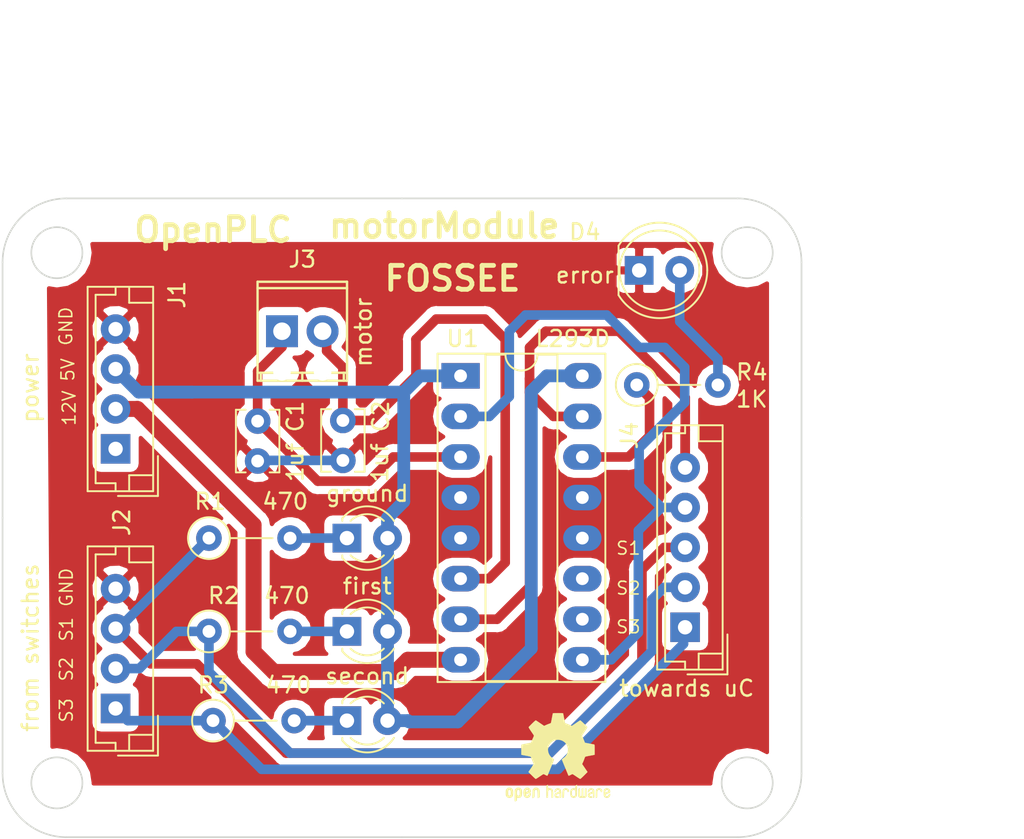
<source format=kicad_pcb>
(kicad_pcb (version 20171130) (host pcbnew 5.0.1)

  (general
    (thickness 1.6)
    (drawings 31)
    (tracks 117)
    (zones 0)
    (modules 16)
    (nets 19)
  )

  (page A4)
  (layers
    (0 F.Cu signal)
    (31 B.Cu signal)
    (32 B.Adhes user)
    (33 F.Adhes user)
    (34 B.Paste user)
    (35 F.Paste user)
    (36 B.SilkS user)
    (37 F.SilkS user)
    (38 B.Mask user)
    (39 F.Mask user)
    (40 Dwgs.User user)
    (41 Cmts.User user)
    (42 Eco1.User user)
    (43 Eco2.User user)
    (44 Edge.Cuts user)
    (45 Margin user)
    (46 B.CrtYd user)
    (47 F.CrtYd user)
    (48 B.Fab user)
    (49 F.Fab user)
  )

  (setup
    (last_trace_width 0.6)
    (trace_clearance 0.2)
    (zone_clearance 0.508)
    (zone_45_only no)
    (trace_min 0.2)
    (segment_width 0.2)
    (edge_width 0.15)
    (via_size 0.8)
    (via_drill 0.4)
    (via_min_size 0.4)
    (via_min_drill 0.3)
    (uvia_size 0.3)
    (uvia_drill 0.1)
    (uvias_allowed no)
    (uvia_min_size 0.2)
    (uvia_min_drill 0.1)
    (pcb_text_width 0.3)
    (pcb_text_size 1.5 1.5)
    (mod_edge_width 0.15)
    (mod_text_size 1 1)
    (mod_text_width 0.15)
    (pad_size 2.4 1.6)
    (pad_drill 0.8)
    (pad_to_mask_clearance 0.051)
    (solder_mask_min_width 0.25)
    (aux_axis_origin 0 0)
    (visible_elements FFFFEF7F)
    (pcbplotparams
      (layerselection 0x010fc_ffffffff)
      (usegerberextensions false)
      (usegerberattributes false)
      (usegerberadvancedattributes false)
      (creategerberjobfile false)
      (excludeedgelayer true)
      (linewidth 0.100000)
      (plotframeref false)
      (viasonmask false)
      (mode 1)
      (useauxorigin false)
      (hpglpennumber 1)
      (hpglpenspeed 20)
      (hpglpendiameter 15.000000)
      (psnegative false)
      (psa4output false)
      (plotreference true)
      (plotvalue true)
      (plotinvisibletext false)
      (padsonsilk false)
      (subtractmaskfromsilk false)
      (outputformat 1)
      (mirror false)
      (drillshape 1)
      (scaleselection 1)
      (outputdirectory ""))
  )

  (net 0 "")
  (net 1 +12V)
  (net 2 +5V)
  (net 3 GND)
  (net 4 /sw3)
  (net 5 /sw2)
  (net 6 /sw1)
  (net 7 /2a)
  (net 8 /1a)
  (net 9 "Net-(U1-Pad11)")
  (net 10 "Net-(U1-Pad10)")
  (net 11 "Net-(C1-Pad2)")
  (net 12 "Net-(C2-Pad1)")
  (net 13 "Net-(D1-Pad1)")
  (net 14 "Net-(D2-Pad1)")
  (net 15 "Net-(D3-Pad1)")
  (net 16 "Net-(D4-Pad2)")
  (net 17 "Net-(R4-Pad1)")
  (net 18 "Net-(J1-Pad1)")

  (net_class Default "This is the default net class."
    (clearance 0.2)
    (trace_width 0.6)
    (via_dia 0.8)
    (via_drill 0.4)
    (uvia_dia 0.3)
    (uvia_drill 0.1)
    (add_net /1a)
    (add_net /2a)
    (add_net /sw1)
    (add_net /sw2)
    (add_net /sw3)
    (add_net GND)
    (add_net "Net-(C1-Pad2)")
    (add_net "Net-(C2-Pad1)")
    (add_net "Net-(D1-Pad1)")
    (add_net "Net-(D2-Pad1)")
    (add_net "Net-(D3-Pad1)")
    (add_net "Net-(D4-Pad2)")
    (add_net "Net-(J1-Pad1)")
    (add_net "Net-(R4-Pad1)")
    (add_net "Net-(U1-Pad10)")
    (add_net "Net-(U1-Pad11)")
  )

  (net_class +12V ""
    (clearance 0.2)
    (trace_width 1)
    (via_dia 0.8)
    (via_drill 0.4)
    (uvia_dia 0.3)
    (uvia_drill 0.1)
    (add_net +12V)
  )

  (net_class +5V ""
    (clearance 0.2)
    (trace_width 0.8)
    (via_dia 0.8)
    (via_drill 0.4)
    (uvia_dia 0.3)
    (uvia_drill 0.1)
    (add_net +5V)
  )

  (module Connectors_JST:JST_EH_B05B-EH-A_05x2.50mm_Straight (layer F.Cu) (tedit 5C35F986) (tstamp 5C36513B)
    (at 123.525 106.675 90)
    (descr "JST EH series connector, B05B-EH-A, 2.50mm pitch, top entry")
    (tags "connector jst eh top vertical straight")
    (path /5C2E1BA3)
    (fp_text reference J4 (at 12.005 -3.485 90) (layer F.SilkS)
      (effects (font (size 1 1) (thickness 0.15)))
    )
    (fp_text value "towards uC" (at -3.825 0.1 180) (layer F.SilkS)
      (effects (font (size 1 1) (thickness 0.15)))
    )
    (fp_line (start 13.15 -2.25) (end -3.15 -2.25) (layer F.CrtYd) (width 0.05))
    (fp_line (start 13.15 2.85) (end 13.15 -2.25) (layer F.CrtYd) (width 0.05))
    (fp_line (start -3.15 2.85) (end 13.15 2.85) (layer F.CrtYd) (width 0.05))
    (fp_line (start -3.15 -2.25) (end -3.15 2.85) (layer F.CrtYd) (width 0.05))
    (fp_line (start -2.95 2.65) (end -0.45 2.65) (layer F.Fab) (width 0.1))
    (fp_line (start -2.95 0.15) (end -2.95 2.65) (layer F.Fab) (width 0.1))
    (fp_line (start -2.95 2.65) (end -0.45 2.65) (layer F.SilkS) (width 0.12))
    (fp_line (start -2.95 0.15) (end -2.95 2.65) (layer F.SilkS) (width 0.12))
    (fp_line (start 11.65 0.85) (end 11.65 2.35) (layer F.SilkS) (width 0.12))
    (fp_line (start 12.65 0.85) (end 11.65 0.85) (layer F.SilkS) (width 0.12))
    (fp_line (start -1.65 0.85) (end -1.65 2.35) (layer F.SilkS) (width 0.12))
    (fp_line (start -2.65 0.85) (end -1.65 0.85) (layer F.SilkS) (width 0.12))
    (fp_line (start 12.15 0) (end 12.65 0) (layer F.SilkS) (width 0.12))
    (fp_line (start 12.15 -1.25) (end 12.15 0) (layer F.SilkS) (width 0.12))
    (fp_line (start -2.15 -1.25) (end 12.15 -1.25) (layer F.SilkS) (width 0.12))
    (fp_line (start -2.15 0) (end -2.15 -1.25) (layer F.SilkS) (width 0.12))
    (fp_line (start -2.65 0) (end -2.15 0) (layer F.SilkS) (width 0.12))
    (fp_line (start 12.65 -1.75) (end -2.65 -1.75) (layer F.SilkS) (width 0.12))
    (fp_line (start 12.65 2.35) (end 12.65 -1.75) (layer F.SilkS) (width 0.12))
    (fp_line (start -2.65 2.35) (end 12.65 2.35) (layer F.SilkS) (width 0.12))
    (fp_line (start -2.65 -1.75) (end -2.65 2.35) (layer F.SilkS) (width 0.12))
    (fp_line (start 12.5 -1.6) (end -2.5 -1.6) (layer F.Fab) (width 0.1))
    (fp_line (start 12.5 2.2) (end 12.5 -1.6) (layer F.Fab) (width 0.1))
    (fp_line (start -2.5 2.2) (end 12.5 2.2) (layer F.Fab) (width 0.1))
    (fp_line (start -2.5 -1.6) (end -2.5 2.2) (layer F.Fab) (width 0.1))
    (fp_text user %R (at 12.005 -3.485 90) (layer F.Fab)
      (effects (font (size 1 1) (thickness 0.15)))
    )
    (pad 5 thru_hole circle (at 10 0 90) (size 1.85 1.85) (drill 0.9) (layers *.Cu *.Mask)
      (net 7 /2a))
    (pad 4 thru_hole circle (at 7.5 0 90) (size 1.85 1.85) (drill 0.9) (layers *.Cu *.Mask)
      (net 8 /1a))
    (pad 3 thru_hole circle (at 5 0 90) (size 1.85 1.85) (drill 0.9) (layers *.Cu *.Mask)
      (net 6 /sw1))
    (pad 2 thru_hole circle (at 2.5 0 90) (size 1.85 1.85) (drill 0.9) (layers *.Cu *.Mask)
      (net 5 /sw2))
    (pad 1 thru_hole rect (at 0 0 90) (size 1.85 1.85) (drill 0.9) (layers *.Cu *.Mask)
      (net 4 /sw3))
    (model Connectors_JST.3dshapes/JST_EH_B05B-EH-A_05x2.50mm_Straight.wrl
      (at (xyz 0 0 0))
      (scale (xyz 1 1 1))
      (rotate (xyz 0 0 0))
    )
  )

  (module LEDs:LED_D5.0mm (layer F.Cu) (tedit 5C35EEAA) (tstamp 5C32FAA9)
    (at 120.65 84.328)
    (descr "LED, diameter 5.0mm, 2 pins, http://cdn-reichelt.de/documents/datenblatt/A500/LL-504BC2E-009.pdf")
    (tags "LED diameter 5.0mm 2 pins")
    (path /5C333823)
    (fp_text reference D4 (at -3.4 -2.4) (layer F.SilkS)
      (effects (font (size 1 1) (thickness 0.15)))
    )
    (fp_text value error (at -3.4 0.3) (layer F.SilkS)
      (effects (font (size 1 1) (thickness 0.15)))
    )
    (fp_text user %R (at -1.15 -2.575) (layer F.Fab)
      (effects (font (size 0.8 0.8) (thickness 0.2)))
    )
    (fp_line (start 4.5 -3.25) (end -1.95 -3.25) (layer F.CrtYd) (width 0.05))
    (fp_line (start 4.5 3.25) (end 4.5 -3.25) (layer F.CrtYd) (width 0.05))
    (fp_line (start -1.95 3.25) (end 4.5 3.25) (layer F.CrtYd) (width 0.05))
    (fp_line (start -1.95 -3.25) (end -1.95 3.25) (layer F.CrtYd) (width 0.05))
    (fp_line (start -1.29 -1.545) (end -1.29 1.545) (layer F.SilkS) (width 0.12))
    (fp_line (start -1.23 -1.469694) (end -1.23 1.469694) (layer F.Fab) (width 0.1))
    (fp_circle (center 1.27 0) (end 3.77 0) (layer F.SilkS) (width 0.12))
    (fp_circle (center 1.27 0) (end 3.77 0) (layer F.Fab) (width 0.1))
    (fp_arc (start 1.27 0) (end -1.29 1.54483) (angle -148.9) (layer F.SilkS) (width 0.12))
    (fp_arc (start 1.27 0) (end -1.29 -1.54483) (angle 148.9) (layer F.SilkS) (width 0.12))
    (fp_arc (start 1.27 0) (end -1.23 -1.469694) (angle 299.1) (layer F.Fab) (width 0.1))
    (pad 2 thru_hole circle (at 2.54 0) (size 1.8 1.8) (drill 0.9) (layers *.Cu *.Mask)
      (net 16 "Net-(D4-Pad2)"))
    (pad 1 thru_hole rect (at 0 0) (size 1.8 1.8) (drill 0.9) (layers *.Cu *.Mask)
      (net 3 GND))
    (model ${KISYS3DMOD}/LEDs.3dshapes/LED_D5.0mm.wrl
      (at (xyz 0 0 0))
      (scale (xyz 0.393701 0.393701 0.393701))
      (rotate (xyz 0 0 0))
    )
  )

  (module Resistors_THT:R_Axial_DIN0207_L6.3mm_D2.5mm_P5.08mm_Vertical (layer F.Cu) (tedit 5C35EEC3) (tstamp 5C32F518)
    (at 120.5 91.5)
    (descr "Resistor, Axial_DIN0207 series, Axial, Vertical, pin pitch=5.08mm, 0.25W = 1/4W, length*diameter=6.3*2.5mm^2, http://cdn-reichelt.de/documents/datenblatt/B400/1_4W%23YAG.pdf")
    (tags "Resistor Axial_DIN0207 series Axial Vertical pin pitch 5.08mm 0.25W = 1/4W length 6.3mm diameter 2.5mm")
    (path /5C332B9A)
    (fp_text reference R4 (at 7.2 -0.8) (layer F.SilkS)
      (effects (font (size 1 1) (thickness 0.15)))
    )
    (fp_text value 1K (at 7.2 0.9) (layer F.SilkS)
      (effects (font (size 1 1) (thickness 0.15)))
    )
    (fp_line (start 6.2 -1.6) (end -1.6 -1.6) (layer F.CrtYd) (width 0.05))
    (fp_line (start 6.2 1.6) (end 6.2 -1.6) (layer F.CrtYd) (width 0.05))
    (fp_line (start -1.6 1.6) (end 6.2 1.6) (layer F.CrtYd) (width 0.05))
    (fp_line (start -1.6 -1.6) (end -1.6 1.6) (layer F.CrtYd) (width 0.05))
    (fp_line (start 1.31 0) (end 3.98 0) (layer F.SilkS) (width 0.12))
    (fp_line (start 0 0) (end 5.08 0) (layer F.Fab) (width 0.1))
    (fp_circle (center 0 0) (end 1.31 0) (layer F.SilkS) (width 0.12))
    (fp_circle (center 0 0) (end 1.25 0) (layer F.Fab) (width 0.1))
    (pad 2 thru_hole oval (at 5.08 0) (size 1.6 1.6) (drill 0.8) (layers *.Cu *.Mask)
      (net 16 "Net-(D4-Pad2)"))
    (pad 1 thru_hole circle (at 0 0) (size 1.6 1.6) (drill 0.8) (layers *.Cu *.Mask)
      (net 17 "Net-(R4-Pad1)"))
    (model ${KISYS3DMOD}/Resistors_THT.3dshapes/R_Axial_DIN0207_L6.3mm_D2.5mm_P5.08mm_Vertical.wrl
      (at (xyz 0 0 0))
      (scale (xyz 0.393701 0.393701 0.393701))
      (rotate (xyz 0 0 0))
    )
  )

  (module Capacitors_THT:C_Disc_D3.8mm_W2.6mm_P2.50mm (layer F.Cu) (tedit 5C35EE5A) (tstamp 5C2E4371)
    (at 102.108 93.726 270)
    (descr "C, Disc series, Radial, pin pitch=2.50mm, , diameter*width=3.8*2.6mm^2, Capacitor, http://www.vishay.com/docs/45233/krseries.pdf")
    (tags "C Disc series Radial pin pitch 2.50mm  diameter 3.8mm width 2.6mm Capacitor")
    (path /5C2E4D95)
    (fp_text reference C2 (at -0.251 -2.367 270) (layer F.SilkS)
      (effects (font (size 1 1) (thickness 0.15)))
    )
    (fp_text value 1uf (at 2.624 2.983 270) (layer F.SilkS)
      (effects (font (size 1 1) (thickness 0.15)))
    )
    (fp_line (start -0.65 -1.3) (end -0.65 1.3) (layer F.Fab) (width 0.1))
    (fp_line (start -0.65 1.3) (end 3.15 1.3) (layer F.Fab) (width 0.1))
    (fp_line (start 3.15 1.3) (end 3.15 -1.3) (layer F.Fab) (width 0.1))
    (fp_line (start 3.15 -1.3) (end -0.65 -1.3) (layer F.Fab) (width 0.1))
    (fp_line (start -0.71 -1.36) (end 3.21 -1.36) (layer F.SilkS) (width 0.12))
    (fp_line (start -0.71 1.36) (end 3.21 1.36) (layer F.SilkS) (width 0.12))
    (fp_line (start -0.71 -1.36) (end -0.71 -0.75) (layer F.SilkS) (width 0.12))
    (fp_line (start -0.71 0.75) (end -0.71 1.36) (layer F.SilkS) (width 0.12))
    (fp_line (start 3.21 -1.36) (end 3.21 -0.75) (layer F.SilkS) (width 0.12))
    (fp_line (start 3.21 0.75) (end 3.21 1.36) (layer F.SilkS) (width 0.12))
    (fp_line (start -1.05 -1.65) (end -1.05 1.65) (layer F.CrtYd) (width 0.05))
    (fp_line (start -1.05 1.65) (end 3.55 1.65) (layer F.CrtYd) (width 0.05))
    (fp_line (start 3.55 1.65) (end 3.55 -1.65) (layer F.CrtYd) (width 0.05))
    (fp_line (start 3.55 -1.65) (end -1.05 -1.65) (layer F.CrtYd) (width 0.05))
    (fp_text user %R (at -0.251 -2.367 270) (layer F.Fab)
      (effects (font (size 1 1) (thickness 0.15)))
    )
    (pad 1 thru_hole circle (at 0 0 270) (size 1.6 1.6) (drill 0.8) (layers *.Cu *.Mask)
      (net 12 "Net-(C2-Pad1)"))
    (pad 2 thru_hole circle (at 2.5 0 270) (size 1.6 1.6) (drill 0.8) (layers *.Cu *.Mask)
      (net 3 GND))
    (model ${KISYS3DMOD}/Capacitors_THT.3dshapes/C_Disc_D3.8mm_W2.6mm_P2.50mm.wrl
      (at (xyz 0 0 0))
      (scale (xyz 1 1 1))
      (rotate (xyz 0 0 0))
    )
  )

  (module Capacitors_THT:C_Disc_D3.8mm_W2.6mm_P2.50mm (layer F.Cu) (tedit 5C35EE67) (tstamp 5C2E4586)
    (at 96.774 96.266 90)
    (descr "C, Disc series, Radial, pin pitch=2.50mm, , diameter*width=3.8*2.6mm^2, Capacitor, http://www.vishay.com/docs/45233/krseries.pdf")
    (tags "C Disc series Radial pin pitch 2.50mm  diameter 3.8mm width 2.6mm Capacitor")
    (path /5C2E4DE2)
    (fp_text reference C1 (at 2.791 2.351 90) (layer F.SilkS)
      (effects (font (size 1 1) (thickness 0.15)))
    )
    (fp_text value 1uf (at -0.109 7.651 90) (layer F.SilkS)
      (effects (font (size 1 1) (thickness 0.15)))
    )
    (fp_text user %R (at 2.791 2.351 90) (layer F.Fab)
      (effects (font (size 1 1) (thickness 0.15)))
    )
    (fp_line (start 3.55 -1.65) (end -1.05 -1.65) (layer F.CrtYd) (width 0.05))
    (fp_line (start 3.55 1.65) (end 3.55 -1.65) (layer F.CrtYd) (width 0.05))
    (fp_line (start -1.05 1.65) (end 3.55 1.65) (layer F.CrtYd) (width 0.05))
    (fp_line (start -1.05 -1.65) (end -1.05 1.65) (layer F.CrtYd) (width 0.05))
    (fp_line (start 3.21 0.75) (end 3.21 1.36) (layer F.SilkS) (width 0.12))
    (fp_line (start 3.21 -1.36) (end 3.21 -0.75) (layer F.SilkS) (width 0.12))
    (fp_line (start -0.71 0.75) (end -0.71 1.36) (layer F.SilkS) (width 0.12))
    (fp_line (start -0.71 -1.36) (end -0.71 -0.75) (layer F.SilkS) (width 0.12))
    (fp_line (start -0.71 1.36) (end 3.21 1.36) (layer F.SilkS) (width 0.12))
    (fp_line (start -0.71 -1.36) (end 3.21 -1.36) (layer F.SilkS) (width 0.12))
    (fp_line (start 3.15 -1.3) (end -0.65 -1.3) (layer F.Fab) (width 0.1))
    (fp_line (start 3.15 1.3) (end 3.15 -1.3) (layer F.Fab) (width 0.1))
    (fp_line (start -0.65 1.3) (end 3.15 1.3) (layer F.Fab) (width 0.1))
    (fp_line (start -0.65 -1.3) (end -0.65 1.3) (layer F.Fab) (width 0.1))
    (pad 2 thru_hole circle (at 2.5 0 90) (size 1.6 1.6) (drill 0.8) (layers *.Cu *.Mask)
      (net 11 "Net-(C1-Pad2)"))
    (pad 1 thru_hole circle (at 0 0 90) (size 1.6 1.6) (drill 0.8) (layers *.Cu *.Mask)
      (net 3 GND))
    (model ${KISYS3DMOD}/Capacitors_THT.3dshapes/C_Disc_D3.8mm_W2.6mm_P2.50mm.wrl
      (at (xyz 0 0 0))
      (scale (xyz 1 1 1))
      (rotate (xyz 0 0 0))
    )
  )

  (module Resistors_THT:R_Axial_DIN0207_L6.3mm_D2.5mm_P5.08mm_Vertical (layer F.Cu) (tedit 5C35EF18) (tstamp 5C2E3B01)
    (at 93.98 112.522)
    (descr "Resistor, Axial_DIN0207 series, Axial, Vertical, pin pitch=5.08mm, 0.25W = 1/4W, length*diameter=6.3*2.5mm^2, http://cdn-reichelt.de/documents/datenblatt/B400/1_4W%23YAG.pdf")
    (tags "Resistor Axial_DIN0207 series Axial Vertical pin pitch 5.08mm 0.25W = 1/4W length 6.3mm diameter 2.5mm")
    (path /5C2E9431)
    (fp_text reference R3 (at 0.02 -2.222) (layer F.SilkS)
      (effects (font (size 1 1) (thickness 0.15)))
    )
    (fp_text value 470 (at 4.72 -2.222) (layer F.SilkS)
      (effects (font (size 1 1) (thickness 0.15)))
    )
    (fp_line (start 6.2 -1.6) (end -1.6 -1.6) (layer F.CrtYd) (width 0.05))
    (fp_line (start 6.2 1.6) (end 6.2 -1.6) (layer F.CrtYd) (width 0.05))
    (fp_line (start -1.6 1.6) (end 6.2 1.6) (layer F.CrtYd) (width 0.05))
    (fp_line (start -1.6 -1.6) (end -1.6 1.6) (layer F.CrtYd) (width 0.05))
    (fp_line (start 1.31 0) (end 3.98 0) (layer F.SilkS) (width 0.12))
    (fp_line (start 0 0) (end 5.08 0) (layer F.Fab) (width 0.1))
    (fp_circle (center 0 0) (end 1.31 0) (layer F.SilkS) (width 0.12))
    (fp_circle (center 0 0) (end 1.25 0) (layer F.Fab) (width 0.1))
    (pad 2 thru_hole oval (at 5.08 0) (size 1.6 1.6) (drill 0.8) (layers *.Cu *.Mask)
      (net 15 "Net-(D3-Pad1)"))
    (pad 1 thru_hole circle (at 0 0) (size 1.6 1.6) (drill 0.8) (layers *.Cu *.Mask)
      (net 4 /sw3))
    (model ${KISYS3DMOD}/Resistors_THT.3dshapes/R_Axial_DIN0207_L6.3mm_D2.5mm_P5.08mm_Vertical.wrl
      (at (xyz 0 0 0))
      (scale (xyz 0.393701 0.393701 0.393701))
      (rotate (xyz 0 0 0))
    )
  )

  (module Resistors_THT:R_Axial_DIN0207_L6.3mm_D2.5mm_P5.08mm_Vertical (layer F.Cu) (tedit 5C35EF03) (tstamp 5C2E3AF4)
    (at 93.726 106.934)
    (descr "Resistor, Axial_DIN0207 series, Axial, Vertical, pin pitch=5.08mm, 0.25W = 1/4W, length*diameter=6.3*2.5mm^2, http://cdn-reichelt.de/documents/datenblatt/B400/1_4W%23YAG.pdf")
    (tags "Resistor Axial_DIN0207 series Axial Vertical pin pitch 5.08mm 0.25W = 1/4W length 6.3mm diameter 2.5mm")
    (path /5C2E9401)
    (fp_text reference R2 (at 0.924 -2.234) (layer F.SilkS)
      (effects (font (size 1 1) (thickness 0.15)))
    )
    (fp_text value 470 (at 4.874 -2.234) (layer F.SilkS)
      (effects (font (size 1 1) (thickness 0.15)))
    )
    (fp_circle (center 0 0) (end 1.25 0) (layer F.Fab) (width 0.1))
    (fp_circle (center 0 0) (end 1.31 0) (layer F.SilkS) (width 0.12))
    (fp_line (start 0 0) (end 5.08 0) (layer F.Fab) (width 0.1))
    (fp_line (start 1.31 0) (end 3.98 0) (layer F.SilkS) (width 0.12))
    (fp_line (start -1.6 -1.6) (end -1.6 1.6) (layer F.CrtYd) (width 0.05))
    (fp_line (start -1.6 1.6) (end 6.2 1.6) (layer F.CrtYd) (width 0.05))
    (fp_line (start 6.2 1.6) (end 6.2 -1.6) (layer F.CrtYd) (width 0.05))
    (fp_line (start 6.2 -1.6) (end -1.6 -1.6) (layer F.CrtYd) (width 0.05))
    (pad 1 thru_hole circle (at 0 0) (size 1.6 1.6) (drill 0.8) (layers *.Cu *.Mask)
      (net 5 /sw2))
    (pad 2 thru_hole oval (at 5.08 0) (size 1.6 1.6) (drill 0.8) (layers *.Cu *.Mask)
      (net 14 "Net-(D2-Pad1)"))
    (model ${KISYS3DMOD}/Resistors_THT.3dshapes/R_Axial_DIN0207_L6.3mm_D2.5mm_P5.08mm_Vertical.wrl
      (at (xyz 0 0 0))
      (scale (xyz 0.393701 0.393701 0.393701))
      (rotate (xyz 0 0 0))
    )
  )

  (module Resistors_THT:R_Axial_DIN0207_L6.3mm_D2.5mm_P5.08mm_Vertical (layer F.Cu) (tedit 5C35EE75) (tstamp 5C35EFB9)
    (at 93.726 101.092)
    (descr "Resistor, Axial_DIN0207 series, Axial, Vertical, pin pitch=5.08mm, 0.25W = 1/4W, length*diameter=6.3*2.5mm^2, http://cdn-reichelt.de/documents/datenblatt/B400/1_4W%23YAG.pdf")
    (tags "Resistor Axial_DIN0207 series Axial Vertical pin pitch 5.08mm 0.25W = 1/4W length 6.3mm diameter 2.5mm")
    (path /5C2E932B)
    (fp_text reference R1 (at 0.074 -2.292) (layer F.SilkS)
      (effects (font (size 1 1) (thickness 0.15)))
    )
    (fp_text value 470 (at 4.774 -2.292) (layer F.SilkS)
      (effects (font (size 1 1) (thickness 0.15)))
    )
    (fp_line (start 6.2 -1.6) (end -1.6 -1.6) (layer F.CrtYd) (width 0.05))
    (fp_line (start 6.2 1.6) (end 6.2 -1.6) (layer F.CrtYd) (width 0.05))
    (fp_line (start -1.6 1.6) (end 6.2 1.6) (layer F.CrtYd) (width 0.05))
    (fp_line (start -1.6 -1.6) (end -1.6 1.6) (layer F.CrtYd) (width 0.05))
    (fp_line (start 1.31 0) (end 3.98 0) (layer F.SilkS) (width 0.12))
    (fp_line (start 0 0) (end 5.08 0) (layer F.Fab) (width 0.1))
    (fp_circle (center 0 0) (end 1.31 0) (layer F.SilkS) (width 0.12))
    (fp_circle (center 0 0) (end 1.25 0) (layer F.Fab) (width 0.1))
    (pad 2 thru_hole oval (at 5.08 0) (size 1.6 1.6) (drill 0.8) (layers *.Cu *.Mask)
      (net 13 "Net-(D1-Pad1)"))
    (pad 1 thru_hole circle (at 0 0) (size 1.6 1.6) (drill 0.8) (layers *.Cu *.Mask)
      (net 6 /sw1))
    (model ${KISYS3DMOD}/Resistors_THT.3dshapes/R_Axial_DIN0207_L6.3mm_D2.5mm_P5.08mm_Vertical.wrl
      (at (xyz 0 0 0))
      (scale (xyz 0.393701 0.393701 0.393701))
      (rotate (xyz 0 0 0))
    )
  )

  (module LEDs:LED_D3.0mm (layer F.Cu) (tedit 5C3C6081) (tstamp 5C3CE349)
    (at 102.362 112.522)
    (descr "LED, diameter 3.0mm, 2 pins")
    (tags "LED diameter 3.0mm 2 pins")
    (path /5C2E5E7E)
    (fp_text reference D3 (at -0.254 -1.524) (layer F.Fab)
      (effects (font (size 1 1) (thickness 0.15)))
    )
    (fp_text value second (at 1.27 -2.794) (layer F.SilkS)
      (effects (font (size 1 1) (thickness 0.15)))
    )
    (fp_line (start 3.7 -2.25) (end -1.15 -2.25) (layer F.CrtYd) (width 0.05))
    (fp_line (start 3.7 2.25) (end 3.7 -2.25) (layer F.CrtYd) (width 0.05))
    (fp_line (start -1.15 2.25) (end 3.7 2.25) (layer F.CrtYd) (width 0.05))
    (fp_line (start -1.15 -2.25) (end -1.15 2.25) (layer F.CrtYd) (width 0.05))
    (fp_line (start -0.29 1.08) (end -0.29 1.236) (layer F.SilkS) (width 0.12))
    (fp_line (start -0.29 -1.236) (end -0.29 -1.08) (layer F.SilkS) (width 0.12))
    (fp_line (start -0.23 -1.16619) (end -0.23 1.16619) (layer F.Fab) (width 0.1))
    (fp_circle (center 1.27 0) (end 2.77 0) (layer F.Fab) (width 0.1))
    (fp_arc (start 1.27 0) (end 0.229039 1.08) (angle -87.9) (layer F.SilkS) (width 0.12))
    (fp_arc (start 1.27 0) (end 0.229039 -1.08) (angle 87.9) (layer F.SilkS) (width 0.12))
    (fp_arc (start 1.27 0) (end -0.29 1.235516) (angle -108.8) (layer F.SilkS) (width 0.12))
    (fp_arc (start 1.27 0) (end -0.29 -1.235516) (angle 108.8) (layer F.SilkS) (width 0.12))
    (fp_arc (start 1.27 0) (end -0.23 -1.16619) (angle 284.3) (layer F.Fab) (width 0.1))
    (pad 2 thru_hole circle (at 2.54 0) (size 1.8 1.8) (drill 0.9) (layers *.Cu *.Mask)
      (net 2 +5V))
    (pad 1 thru_hole rect (at 0 0) (size 1.8 1.8) (drill 0.9) (layers *.Cu *.Mask)
      (net 15 "Net-(D3-Pad1)"))
    (model ${KISYS3DMOD}/LEDs.3dshapes/LED_D3.0mm.wrl
      (at (xyz 0 0 0))
      (scale (xyz 0.393701 0.393701 0.393701))
      (rotate (xyz 0 0 0))
    )
  )

  (module LEDs:LED_D3.0mm (layer F.Cu) (tedit 5C3C6074) (tstamp 5C2E3D7F)
    (at 102.362 106.934)
    (descr "LED, diameter 3.0mm, 2 pins")
    (tags "LED diameter 3.0mm 2 pins")
    (path /5C2E5E42)
    (fp_text reference D2 (at 4.572 -0.254) (layer F.Fab)
      (effects (font (size 1 1) (thickness 0.15)))
    )
    (fp_text value first (at 1.27 -2.834) (layer F.SilkS)
      (effects (font (size 1 1) (thickness 0.15)))
    )
    (fp_arc (start 1.27 0) (end -0.23 -1.16619) (angle 284.3) (layer F.Fab) (width 0.1))
    (fp_arc (start 1.27 0) (end -0.29 -1.235516) (angle 108.8) (layer F.SilkS) (width 0.12))
    (fp_arc (start 1.27 0) (end -0.29 1.235516) (angle -108.8) (layer F.SilkS) (width 0.12))
    (fp_arc (start 1.27 0) (end 0.229039 -1.08) (angle 87.9) (layer F.SilkS) (width 0.12))
    (fp_arc (start 1.27 0) (end 0.229039 1.08) (angle -87.9) (layer F.SilkS) (width 0.12))
    (fp_circle (center 1.27 0) (end 2.77 0) (layer F.Fab) (width 0.1))
    (fp_line (start -0.23 -1.16619) (end -0.23 1.16619) (layer F.Fab) (width 0.1))
    (fp_line (start -0.29 -1.236) (end -0.29 -1.08) (layer F.SilkS) (width 0.12))
    (fp_line (start -0.29 1.08) (end -0.29 1.236) (layer F.SilkS) (width 0.12))
    (fp_line (start -1.15 -2.25) (end -1.15 2.25) (layer F.CrtYd) (width 0.05))
    (fp_line (start -1.15 2.25) (end 3.7 2.25) (layer F.CrtYd) (width 0.05))
    (fp_line (start 3.7 2.25) (end 3.7 -2.25) (layer F.CrtYd) (width 0.05))
    (fp_line (start 3.7 -2.25) (end -1.15 -2.25) (layer F.CrtYd) (width 0.05))
    (pad 1 thru_hole rect (at 0 0) (size 1.8 1.8) (drill 0.9) (layers *.Cu *.Mask)
      (net 14 "Net-(D2-Pad1)"))
    (pad 2 thru_hole circle (at 2.54 0) (size 1.8 1.8) (drill 0.9) (layers *.Cu *.Mask)
      (net 2 +5V))
    (model ${KISYS3DMOD}/LEDs.3dshapes/LED_D3.0mm.wrl
      (at (xyz 0 0 0))
      (scale (xyz 0.393701 0.393701 0.393701))
      (rotate (xyz 0 0 0))
    )
  )

  (module LEDs:LED_D3.0mm (layer F.Cu) (tedit 5C3C6066) (tstamp 5C2E3DDA)
    (at 102.362 101.092)
    (descr "LED, diameter 3.0mm, 2 pins")
    (tags "LED diameter 3.0mm 2 pins")
    (path /5C2E5DA0)
    (fp_text reference D1 (at 4.572 -0.508) (layer F.Fab)
      (effects (font (size 1 1) (thickness 0.15)))
    )
    (fp_text value ground (at 1.27 -2.794) (layer F.SilkS)
      (effects (font (size 1 1) (thickness 0.15)))
    )
    (fp_line (start 3.7 -2.25) (end -1.15 -2.25) (layer F.CrtYd) (width 0.05))
    (fp_line (start 3.7 2.25) (end 3.7 -2.25) (layer F.CrtYd) (width 0.05))
    (fp_line (start -1.15 2.25) (end 3.7 2.25) (layer F.CrtYd) (width 0.05))
    (fp_line (start -1.15 -2.25) (end -1.15 2.25) (layer F.CrtYd) (width 0.05))
    (fp_line (start -0.29 1.08) (end -0.29 1.236) (layer F.SilkS) (width 0.12))
    (fp_line (start -0.29 -1.236) (end -0.29 -1.08) (layer F.SilkS) (width 0.12))
    (fp_line (start -0.23 -1.16619) (end -0.23 1.16619) (layer F.Fab) (width 0.1))
    (fp_circle (center 1.27 0) (end 2.77 0) (layer F.Fab) (width 0.1))
    (fp_arc (start 1.27 0) (end 0.229039 1.08) (angle -87.9) (layer F.SilkS) (width 0.12))
    (fp_arc (start 1.27 0) (end 0.229039 -1.08) (angle 87.9) (layer F.SilkS) (width 0.12))
    (fp_arc (start 1.27 0) (end -0.29 1.235516) (angle -108.8) (layer F.SilkS) (width 0.12))
    (fp_arc (start 1.27 0) (end -0.29 -1.235516) (angle 108.8) (layer F.SilkS) (width 0.12))
    (fp_arc (start 1.27 0) (end -0.23 -1.16619) (angle 284.3) (layer F.Fab) (width 0.1))
    (pad 2 thru_hole circle (at 2.54 0) (size 1.8 1.8) (drill 0.9) (layers *.Cu *.Mask)
      (net 2 +5V))
    (pad 1 thru_hole rect (at 0 0) (size 1.8 1.8) (drill 0.9) (layers *.Cu *.Mask)
      (net 13 "Net-(D1-Pad1)"))
    (model ${KISYS3DMOD}/LEDs.3dshapes/LED_D3.0mm.wrl
      (at (xyz 0 0 0))
      (scale (xyz 0.393701 0.393701 0.393701))
      (rotate (xyz 0 0 0))
    )
  )

  (module Housings_DIP:DIP-16_W7.62mm_Socket_LongPads (layer F.Cu) (tedit 5C35EF60) (tstamp 5C2E05C8)
    (at 109.474 90.932)
    (descr "16-lead though-hole mounted DIP package, row spacing 7.62 mm (300 mils), Socket, LongPads")
    (tags "THT DIP DIL PDIP 2.54mm 7.62mm 300mil Socket LongPads")
    (path /5C2E03BE)
    (fp_text reference U1 (at 0.126 -2.332) (layer F.SilkS)
      (effects (font (size 1 1) (thickness 0.15)))
    )
    (fp_text value L293D (at 7.026 -2.332) (layer F.SilkS)
      (effects (font (size 1 1) (thickness 0.15)))
    )
    (fp_text user %R (at 3.81 8.89) (layer F.Fab)
      (effects (font (size 1 1) (thickness 0.15)))
    )
    (fp_line (start 9.15 -1.6) (end -1.55 -1.6) (layer F.CrtYd) (width 0.05))
    (fp_line (start 9.15 19.4) (end 9.15 -1.6) (layer F.CrtYd) (width 0.05))
    (fp_line (start -1.55 19.4) (end 9.15 19.4) (layer F.CrtYd) (width 0.05))
    (fp_line (start -1.55 -1.6) (end -1.55 19.4) (layer F.CrtYd) (width 0.05))
    (fp_line (start 9.06 -1.39) (end -1.44 -1.39) (layer F.SilkS) (width 0.12))
    (fp_line (start 9.06 19.17) (end 9.06 -1.39) (layer F.SilkS) (width 0.12))
    (fp_line (start -1.44 19.17) (end 9.06 19.17) (layer F.SilkS) (width 0.12))
    (fp_line (start -1.44 -1.39) (end -1.44 19.17) (layer F.SilkS) (width 0.12))
    (fp_line (start 6.06 -1.33) (end 4.81 -1.33) (layer F.SilkS) (width 0.12))
    (fp_line (start 6.06 19.11) (end 6.06 -1.33) (layer F.SilkS) (width 0.12))
    (fp_line (start 1.56 19.11) (end 6.06 19.11) (layer F.SilkS) (width 0.12))
    (fp_line (start 1.56 -1.33) (end 1.56 19.11) (layer F.SilkS) (width 0.12))
    (fp_line (start 2.81 -1.33) (end 1.56 -1.33) (layer F.SilkS) (width 0.12))
    (fp_line (start 8.89 -1.33) (end -1.27 -1.33) (layer F.Fab) (width 0.1))
    (fp_line (start 8.89 19.11) (end 8.89 -1.33) (layer F.Fab) (width 0.1))
    (fp_line (start -1.27 19.11) (end 8.89 19.11) (layer F.Fab) (width 0.1))
    (fp_line (start -1.27 -1.33) (end -1.27 19.11) (layer F.Fab) (width 0.1))
    (fp_line (start 0.635 -0.27) (end 1.635 -1.27) (layer F.Fab) (width 0.1))
    (fp_line (start 0.635 19.05) (end 0.635 -0.27) (layer F.Fab) (width 0.1))
    (fp_line (start 6.985 19.05) (end 0.635 19.05) (layer F.Fab) (width 0.1))
    (fp_line (start 6.985 -1.27) (end 6.985 19.05) (layer F.Fab) (width 0.1))
    (fp_line (start 1.635 -1.27) (end 6.985 -1.27) (layer F.Fab) (width 0.1))
    (fp_arc (start 3.81 -1.33) (end 2.81 -1.33) (angle -180) (layer F.SilkS) (width 0.12))
    (pad 16 thru_hole oval (at 7.62 0) (size 2.4 1.6) (drill 0.8) (layers *.Cu *.Mask)
      (net 2 +5V))
    (pad 8 thru_hole oval (at 0 17.78) (size 2.4 1.6) (drill 0.8) (layers *.Cu *.Mask)
      (net 1 +12V))
    (pad 15 thru_hole oval (at 7.62 2.54) (size 2.4 1.6) (drill 0.8) (layers *.Cu *.Mask)
      (net 7 /2a))
    (pad 7 thru_hole oval (at 0 15.24) (size 2.4 1.6) (drill 0.8) (layers *.Cu *.Mask)
      (net 7 /2a))
    (pad 14 thru_hole oval (at 7.62 5.08) (size 2.4 1.6) (drill 0.8) (layers *.Cu *.Mask)
      (net 17 "Net-(R4-Pad1)"))
    (pad 6 thru_hole oval (at 0 12.7) (size 2.4 1.6) (drill 0.8) (layers *.Cu *.Mask)
      (net 12 "Net-(C2-Pad1)"))
    (pad 13 thru_hole oval (at 7.62 7.62) (size 2.4 1.6) (drill 0.8) (layers *.Cu *.Mask)
      (net 3 GND) (zone_connect 2))
    (pad 5 thru_hole oval (at 0 10.16) (size 2.4 1.6) (drill 0.8) (layers *.Cu *.Mask)
      (net 3 GND) (zone_connect 2))
    (pad 12 thru_hole oval (at 7.62 10.16) (size 2.4 1.6) (drill 0.8) (layers *.Cu *.Mask)
      (net 3 GND) (zone_connect 2))
    (pad 4 thru_hole oval (at 0 7.62) (size 2.4 1.6) (drill 0.8) (layers *.Cu *.Mask)
      (net 3 GND) (zone_connect 2))
    (pad 11 thru_hole oval (at 7.62 12.7) (size 2.4 1.6) (drill 0.8) (layers *.Cu *.Mask)
      (net 9 "Net-(U1-Pad11)"))
    (pad 3 thru_hole oval (at 0 5.08) (size 2.4 1.6) (drill 0.8) (layers *.Cu *.Mask)
      (net 11 "Net-(C1-Pad2)"))
    (pad 10 thru_hole oval (at 7.62 15.24) (size 2.4 1.6) (drill 0.8) (layers *.Cu *.Mask)
      (net 10 "Net-(U1-Pad10)"))
    (pad 2 thru_hole oval (at 0 2.54) (size 2.4 1.6) (drill 0.8) (layers *.Cu *.Mask)
      (net 8 /1a))
    (pad 9 thru_hole oval (at 7.62 17.78) (size 2.4 1.6) (drill 0.8) (layers *.Cu *.Mask)
      (net 8 /1a))
    (pad 1 thru_hole rect (at 0 0) (size 2.4 1.6) (drill 0.8) (layers *.Cu *.Mask)
      (net 2 +5V))
    (model ${KISYS3DMOD}/Housings_DIP.3dshapes/DIP-16_W7.62mm_Socket.wrl
      (at (xyz 0 0 0))
      (scale (xyz 1 1 1))
      (rotate (xyz 0 0 0))
    )
  )

  (module Connectors_JST:JST_EH_B04B-EH-A_04x2.50mm_Straight (layer F.Cu) (tedit 5C35EEE8) (tstamp 5C35F458)
    (at 87.884 95.504 90)
    (descr "JST EH series connector, B04B-EH-A, 2.50mm pitch, top entry")
    (tags "connector jst eh top vertical straight")
    (path /5C2E1CA4)
    (fp_text reference J1 (at 9.654 3.841 90) (layer F.SilkS)
      (effects (font (size 1 1) (thickness 0.15)))
    )
    (fp_text value power (at 3.81 -5.334 270) (layer F.SilkS)
      (effects (font (size 1 1) (thickness 0.15)))
    )
    (fp_line (start 10.65 -2.25) (end -3.15 -2.25) (layer F.CrtYd) (width 0.05))
    (fp_line (start 10.65 2.85) (end 10.65 -2.25) (layer F.CrtYd) (width 0.05))
    (fp_line (start -3.15 2.85) (end 10.65 2.85) (layer F.CrtYd) (width 0.05))
    (fp_line (start -3.15 -2.25) (end -3.15 2.85) (layer F.CrtYd) (width 0.05))
    (fp_line (start -2.95 2.65) (end -0.45 2.65) (layer F.Fab) (width 0.1))
    (fp_line (start -2.95 0.15) (end -2.95 2.65) (layer F.Fab) (width 0.1))
    (fp_line (start -2.95 2.65) (end -0.45 2.65) (layer F.SilkS) (width 0.12))
    (fp_line (start -2.95 0.15) (end -2.95 2.65) (layer F.SilkS) (width 0.12))
    (fp_line (start 9.15 0.85) (end 9.15 2.35) (layer F.SilkS) (width 0.12))
    (fp_line (start 10.15 0.85) (end 9.15 0.85) (layer F.SilkS) (width 0.12))
    (fp_line (start -1.65 0.85) (end -1.65 2.35) (layer F.SilkS) (width 0.12))
    (fp_line (start -2.65 0.85) (end -1.65 0.85) (layer F.SilkS) (width 0.12))
    (fp_line (start 9.65 0) (end 10.15 0) (layer F.SilkS) (width 0.12))
    (fp_line (start 9.65 -1.25) (end 9.65 0) (layer F.SilkS) (width 0.12))
    (fp_line (start -2.15 -1.25) (end 9.65 -1.25) (layer F.SilkS) (width 0.12))
    (fp_line (start -2.15 0) (end -2.15 -1.25) (layer F.SilkS) (width 0.12))
    (fp_line (start -2.65 0) (end -2.15 0) (layer F.SilkS) (width 0.12))
    (fp_line (start 10.15 -1.75) (end -2.65 -1.75) (layer F.SilkS) (width 0.12))
    (fp_line (start 10.15 2.35) (end 10.15 -1.75) (layer F.SilkS) (width 0.12))
    (fp_line (start -2.65 2.35) (end 10.15 2.35) (layer F.SilkS) (width 0.12))
    (fp_line (start -2.65 -1.75) (end -2.65 2.35) (layer F.SilkS) (width 0.12))
    (fp_line (start 10 -1.6) (end -2.5 -1.6) (layer F.Fab) (width 0.1))
    (fp_line (start 10 2.2) (end 10 -1.6) (layer F.Fab) (width 0.1))
    (fp_line (start -2.5 2.2) (end 10 2.2) (layer F.Fab) (width 0.1))
    (fp_line (start -2.5 -1.6) (end -2.5 2.2) (layer F.Fab) (width 0.1))
    (fp_text user %R (at 9.654 3.841 90) (layer F.Fab)
      (effects (font (size 1 1) (thickness 0.15)))
    )
    (pad 4 thru_hole circle (at 7.5 0 90) (size 1.85 1.85) (drill 0.9) (layers *.Cu *.Mask)
      (net 3 GND))
    (pad 3 thru_hole circle (at 5 0 90) (size 1.85 1.85) (drill 0.9) (layers *.Cu *.Mask)
      (net 2 +5V))
    (pad 2 thru_hole circle (at 2.5 0 90) (size 1.85 1.85) (drill 0.9) (layers *.Cu *.Mask)
      (net 1 +12V))
    (pad 1 thru_hole rect (at 0 0 90) (size 1.85 1.85) (drill 0.9) (layers *.Cu *.Mask)
      (net 18 "Net-(J1-Pad1)"))
    (model Connectors_JST.3dshapes/JST_EH_B04B-EH-A_04x2.50mm_Straight.wrl
      (at (xyz 0 0 0))
      (scale (xyz 1 1 1))
      (rotate (xyz 0 0 0))
    )
  )

  (module Connectors_JST:JST_EH_B04B-EH-A_04x2.50mm_Straight (layer F.Cu) (tedit 5C35EEEF) (tstamp 5C2DF3A6)
    (at 87.884 111.76 90)
    (descr "JST EH series connector, B04B-EH-A, 2.50mm pitch, top entry")
    (tags "connector jst eh top vertical straight")
    (path /5C2E2661)
    (fp_text reference J2 (at 11.66 0.391 90) (layer F.SilkS)
      (effects (font (size 1 1) (thickness 0.15)))
    )
    (fp_text value "from switches" (at 3.81 -5.334 270) (layer F.SilkS)
      (effects (font (size 1 1) (thickness 0.15)))
    )
    (fp_text user %R (at 11.66 0.391 90) (layer F.Fab)
      (effects (font (size 1 1) (thickness 0.15)))
    )
    (fp_line (start -2.5 -1.6) (end -2.5 2.2) (layer F.Fab) (width 0.1))
    (fp_line (start -2.5 2.2) (end 10 2.2) (layer F.Fab) (width 0.1))
    (fp_line (start 10 2.2) (end 10 -1.6) (layer F.Fab) (width 0.1))
    (fp_line (start 10 -1.6) (end -2.5 -1.6) (layer F.Fab) (width 0.1))
    (fp_line (start -2.65 -1.75) (end -2.65 2.35) (layer F.SilkS) (width 0.12))
    (fp_line (start -2.65 2.35) (end 10.15 2.35) (layer F.SilkS) (width 0.12))
    (fp_line (start 10.15 2.35) (end 10.15 -1.75) (layer F.SilkS) (width 0.12))
    (fp_line (start 10.15 -1.75) (end -2.65 -1.75) (layer F.SilkS) (width 0.12))
    (fp_line (start -2.65 0) (end -2.15 0) (layer F.SilkS) (width 0.12))
    (fp_line (start -2.15 0) (end -2.15 -1.25) (layer F.SilkS) (width 0.12))
    (fp_line (start -2.15 -1.25) (end 9.65 -1.25) (layer F.SilkS) (width 0.12))
    (fp_line (start 9.65 -1.25) (end 9.65 0) (layer F.SilkS) (width 0.12))
    (fp_line (start 9.65 0) (end 10.15 0) (layer F.SilkS) (width 0.12))
    (fp_line (start -2.65 0.85) (end -1.65 0.85) (layer F.SilkS) (width 0.12))
    (fp_line (start -1.65 0.85) (end -1.65 2.35) (layer F.SilkS) (width 0.12))
    (fp_line (start 10.15 0.85) (end 9.15 0.85) (layer F.SilkS) (width 0.12))
    (fp_line (start 9.15 0.85) (end 9.15 2.35) (layer F.SilkS) (width 0.12))
    (fp_line (start -2.95 0.15) (end -2.95 2.65) (layer F.SilkS) (width 0.12))
    (fp_line (start -2.95 2.65) (end -0.45 2.65) (layer F.SilkS) (width 0.12))
    (fp_line (start -2.95 0.15) (end -2.95 2.65) (layer F.Fab) (width 0.1))
    (fp_line (start -2.95 2.65) (end -0.45 2.65) (layer F.Fab) (width 0.1))
    (fp_line (start -3.15 -2.25) (end -3.15 2.85) (layer F.CrtYd) (width 0.05))
    (fp_line (start -3.15 2.85) (end 10.65 2.85) (layer F.CrtYd) (width 0.05))
    (fp_line (start 10.65 2.85) (end 10.65 -2.25) (layer F.CrtYd) (width 0.05))
    (fp_line (start 10.65 -2.25) (end -3.15 -2.25) (layer F.CrtYd) (width 0.05))
    (pad 1 thru_hole rect (at 0 0 90) (size 1.85 1.85) (drill 0.9) (layers *.Cu *.Mask)
      (net 4 /sw3))
    (pad 2 thru_hole circle (at 2.5 0 90) (size 1.85 1.85) (drill 0.9) (layers *.Cu *.Mask)
      (net 5 /sw2))
    (pad 3 thru_hole circle (at 5 0 90) (size 1.85 1.85) (drill 0.9) (layers *.Cu *.Mask)
      (net 6 /sw1))
    (pad 4 thru_hole circle (at 7.5 0 90) (size 1.85 1.85) (drill 0.9) (layers *.Cu *.Mask)
      (net 3 GND))
    (model Connectors_JST.3dshapes/JST_EH_B04B-EH-A_04x2.50mm_Straight.wrl
      (at (xyz 0 0 0))
      (scale (xyz 1 1 1))
      (rotate (xyz 0 0 0))
    )
  )

  (module TerminalBlocks_Phoenix:TerminalBlock_Phoenix_MPT-2.54mm_2pol (layer F.Cu) (tedit 5C35EEDB) (tstamp 5C2E0D00)
    (at 98.298 88.138)
    (descr "2-way 2.54mm pitch terminal block, Phoenix MPT series")
    (path /5C2DBD8E)
    (fp_text reference J3 (at 1.27 -4.50088) (layer F.SilkS)
      (effects (font (size 1 1) (thickness 0.15)))
    )
    (fp_text value motor (at 5.102 0.062 90) (layer F.SilkS)
      (effects (font (size 1 1) (thickness 0.15)))
    )
    (fp_line (start -1.52908 -3.0988) (end -1.52908 3.0988) (layer F.SilkS) (width 0.15))
    (fp_line (start 4.06908 -3.0988) (end -1.52908 -3.0988) (layer F.SilkS) (width 0.15))
    (fp_line (start 4.06908 3.0988) (end 4.06908 -3.0988) (layer F.SilkS) (width 0.15))
    (fp_line (start -1.52908 3.0988) (end 4.06908 3.0988) (layer F.SilkS) (width 0.15))
    (fp_line (start -1.52908 -2.70002) (end 4.06908 -2.70002) (layer F.SilkS) (width 0.15))
    (fp_line (start 1.27 3.0988) (end 1.27 2.60096) (layer F.SilkS) (width 0.15))
    (fp_line (start 3.87096 2.60096) (end 3.87096 3.0988) (layer F.SilkS) (width 0.15))
    (fp_line (start -1.33096 3.0988) (end -1.33096 2.60096) (layer F.SilkS) (width 0.15))
    (fp_line (start 4.06908 2.60096) (end -1.52908 2.60096) (layer F.SilkS) (width 0.15))
    (fp_line (start 4.3 -3.3) (end 4.3 3.3) (layer F.CrtYd) (width 0.05))
    (fp_line (start 4.3 3.3) (end -1.7 3.3) (layer F.CrtYd) (width 0.05))
    (fp_line (start -1.7 3.3) (end -1.7 -3.3) (layer F.CrtYd) (width 0.05))
    (fp_line (start -1.7 -3.3) (end 4.3 -3.3) (layer F.CrtYd) (width 0.05))
    (fp_text user %R (at 1.27 1.045) (layer F.Fab)
      (effects (font (size 1 1) (thickness 0.15)))
    )
    (pad "" np_thru_hole circle (at 2.54 2.54) (size 1.1 1.1) (drill 1.1) (layers *.Cu *.Mask))
    (pad "" np_thru_hole circle (at 0 2.54) (size 1.1 1.1) (drill 1.1) (layers *.Cu *.Mask))
    (pad 1 thru_hole rect (at 0 0) (size 1.99898 1.99898) (drill 1.09728) (layers *.Cu *.Mask)
      (net 11 "Net-(C1-Pad2)"))
    (pad 2 thru_hole oval (at 2.54 0) (size 1.99898 1.99898) (drill 1.09728) (layers *.Cu *.Mask)
      (net 12 "Net-(C2-Pad1)"))
    (model ${KISYS3DMOD}/TerminalBlock_Phoenix.3dshapes/TerminalBlock_Phoenix_MPT-2.54mm_2pol.wrl
      (offset (xyz 1.269999980926514 0 0))
      (scale (xyz 1 1 1))
      (rotate (xyz 0 0 0))
    )
  )

  (module Symbols:OSHW-Logo2_7.3x6mm_SilkScreen (layer F.Cu) (tedit 0) (tstamp 5C3CE4E3)
    (at 115.57 114.808)
    (descr "Open Source Hardware Symbol")
    (tags "Logo Symbol OSHW")
    (attr virtual)
    (fp_text reference REF*** (at 0 0) (layer F.SilkS) hide
      (effects (font (size 1 1) (thickness 0.15)))
    )
    (fp_text value OSHW-Logo2_7.3x6mm_SilkScreen (at 0.75 0) (layer F.Fab) hide
      (effects (font (size 1 1) (thickness 0.15)))
    )
    (fp_poly (pts (xy -2.400256 1.919918) (xy -2.344799 1.947568) (xy -2.295852 1.99848) (xy -2.282371 2.017338)
      (xy -2.267686 2.042015) (xy -2.258158 2.068816) (xy -2.252707 2.104587) (xy -2.250253 2.156169)
      (xy -2.249714 2.224267) (xy -2.252148 2.317588) (xy -2.260606 2.387657) (xy -2.276826 2.439931)
      (xy -2.302546 2.479869) (xy -2.339503 2.512929) (xy -2.342218 2.514886) (xy -2.37864 2.534908)
      (xy -2.422498 2.544815) (xy -2.478276 2.547257) (xy -2.568952 2.547257) (xy -2.56899 2.635283)
      (xy -2.569834 2.684308) (xy -2.574976 2.713065) (xy -2.588413 2.730311) (xy -2.614142 2.744808)
      (xy -2.620321 2.747769) (xy -2.649236 2.761648) (xy -2.671624 2.770414) (xy -2.688271 2.771171)
      (xy -2.699964 2.761023) (xy -2.70749 2.737073) (xy -2.711634 2.696426) (xy -2.713185 2.636186)
      (xy -2.712929 2.553455) (xy -2.711651 2.445339) (xy -2.711252 2.413) (xy -2.709815 2.301524)
      (xy -2.708528 2.228603) (xy -2.569029 2.228603) (xy -2.568245 2.290499) (xy -2.56476 2.330997)
      (xy -2.556876 2.357708) (xy -2.542895 2.378244) (xy -2.533403 2.38826) (xy -2.494596 2.417567)
      (xy -2.460237 2.419952) (xy -2.424784 2.39575) (xy -2.423886 2.394857) (xy -2.409461 2.376153)
      (xy -2.400687 2.350732) (xy -2.396261 2.311584) (xy -2.394882 2.251697) (xy -2.394857 2.23843)
      (xy -2.398188 2.155901) (xy -2.409031 2.098691) (xy -2.42866 2.063766) (xy -2.45835 2.048094)
      (xy -2.475509 2.046514) (xy -2.516234 2.053926) (xy -2.544168 2.07833) (xy -2.560983 2.12298)
      (xy -2.56835 2.19113) (xy -2.569029 2.228603) (xy -2.708528 2.228603) (xy -2.708292 2.215245)
      (xy -2.706323 2.150333) (xy -2.70355 2.102958) (xy -2.699612 2.06929) (xy -2.694151 2.045498)
      (xy -2.686808 2.027753) (xy -2.677223 2.012224) (xy -2.673113 2.006381) (xy -2.618595 1.951185)
      (xy -2.549664 1.91989) (xy -2.469928 1.911165) (xy -2.400256 1.919918)) (layer F.SilkS) (width 0.01))
    (fp_poly (pts (xy -1.283907 1.92778) (xy -1.237328 1.954723) (xy -1.204943 1.981466) (xy -1.181258 2.009484)
      (xy -1.164941 2.043748) (xy -1.154661 2.089227) (xy -1.149086 2.150892) (xy -1.146884 2.233711)
      (xy -1.146629 2.293246) (xy -1.146629 2.512391) (xy -1.208314 2.540044) (xy -1.27 2.567697)
      (xy -1.277257 2.32767) (xy -1.280256 2.238028) (xy -1.283402 2.172962) (xy -1.287299 2.128026)
      (xy -1.292553 2.09877) (xy -1.299769 2.080748) (xy -1.30955 2.069511) (xy -1.312688 2.067079)
      (xy -1.360239 2.048083) (xy -1.408303 2.0556) (xy -1.436914 2.075543) (xy -1.448553 2.089675)
      (xy -1.456609 2.10822) (xy -1.461729 2.136334) (xy -1.464559 2.179173) (xy -1.465744 2.241895)
      (xy -1.465943 2.307261) (xy -1.465982 2.389268) (xy -1.467386 2.447316) (xy -1.472086 2.486465)
      (xy -1.482013 2.51178) (xy -1.499097 2.528323) (xy -1.525268 2.541156) (xy -1.560225 2.554491)
      (xy -1.598404 2.569007) (xy -1.593859 2.311389) (xy -1.592029 2.218519) (xy -1.589888 2.149889)
      (xy -1.586819 2.100711) (xy -1.582206 2.066198) (xy -1.575432 2.041562) (xy -1.565881 2.022016)
      (xy -1.554366 2.00477) (xy -1.49881 1.94968) (xy -1.43102 1.917822) (xy -1.357287 1.910191)
      (xy -1.283907 1.92778)) (layer F.SilkS) (width 0.01))
    (fp_poly (pts (xy -2.958885 1.921962) (xy -2.890855 1.957733) (xy -2.840649 2.015301) (xy -2.822815 2.052312)
      (xy -2.808937 2.107882) (xy -2.801833 2.178096) (xy -2.80116 2.254727) (xy -2.806573 2.329552)
      (xy -2.81773 2.394342) (xy -2.834286 2.440873) (xy -2.839374 2.448887) (xy -2.899645 2.508707)
      (xy -2.971231 2.544535) (xy -3.048908 2.55502) (xy -3.127452 2.53881) (xy -3.149311 2.529092)
      (xy -3.191878 2.499143) (xy -3.229237 2.459433) (xy -3.232768 2.454397) (xy -3.247119 2.430124)
      (xy -3.256606 2.404178) (xy -3.26221 2.370022) (xy -3.264914 2.321119) (xy -3.265701 2.250935)
      (xy -3.265714 2.2352) (xy -3.265678 2.230192) (xy -3.120571 2.230192) (xy -3.119727 2.29643)
      (xy -3.116404 2.340386) (xy -3.109417 2.368779) (xy -3.097584 2.388325) (xy -3.091543 2.394857)
      (xy -3.056814 2.41968) (xy -3.023097 2.418548) (xy -2.989005 2.397016) (xy -2.968671 2.374029)
      (xy -2.956629 2.340478) (xy -2.949866 2.287569) (xy -2.949402 2.281399) (xy -2.948248 2.185513)
      (xy -2.960312 2.114299) (xy -2.98543 2.068194) (xy -3.02344 2.047635) (xy -3.037008 2.046514)
      (xy -3.072636 2.052152) (xy -3.097006 2.071686) (xy -3.111907 2.109042) (xy -3.119125 2.16815)
      (xy -3.120571 2.230192) (xy -3.265678 2.230192) (xy -3.265174 2.160413) (xy -3.262904 2.108159)
      (xy -3.257932 2.071949) (xy -3.249287 2.045299) (xy -3.235995 2.021722) (xy -3.233057 2.017338)
      (xy -3.183687 1.958249) (xy -3.129891 1.923947) (xy -3.064398 1.910331) (xy -3.042158 1.909665)
      (xy -2.958885 1.921962)) (layer F.SilkS) (width 0.01))
    (fp_poly (pts (xy -1.831697 1.931239) (xy -1.774473 1.969735) (xy -1.730251 2.025335) (xy -1.703833 2.096086)
      (xy -1.69849 2.148162) (xy -1.699097 2.169893) (xy -1.704178 2.186531) (xy -1.718145 2.201437)
      (xy -1.745411 2.217973) (xy -1.790388 2.239498) (xy -1.857489 2.269374) (xy -1.857829 2.269524)
      (xy -1.919593 2.297813) (xy -1.970241 2.322933) (xy -2.004596 2.342179) (xy -2.017482 2.352848)
      (xy -2.017486 2.352934) (xy -2.006128 2.376166) (xy -1.979569 2.401774) (xy -1.949077 2.420221)
      (xy -1.93363 2.423886) (xy -1.891485 2.411212) (xy -1.855192 2.379471) (xy -1.837483 2.344572)
      (xy -1.820448 2.318845) (xy -1.787078 2.289546) (xy -1.747851 2.264235) (xy -1.713244 2.250471)
      (xy -1.706007 2.249714) (xy -1.697861 2.26216) (xy -1.69737 2.293972) (xy -1.703357 2.336866)
      (xy -1.714643 2.382558) (xy -1.73005 2.422761) (xy -1.730829 2.424322) (xy -1.777196 2.489062)
      (xy -1.837289 2.533097) (xy -1.905535 2.554711) (xy -1.976362 2.552185) (xy -2.044196 2.523804)
      (xy -2.047212 2.521808) (xy -2.100573 2.473448) (xy -2.13566 2.410352) (xy -2.155078 2.327387)
      (xy -2.157684 2.304078) (xy -2.162299 2.194055) (xy -2.156767 2.142748) (xy -2.017486 2.142748)
      (xy -2.015676 2.174753) (xy -2.005778 2.184093) (xy -1.981102 2.177105) (xy -1.942205 2.160587)
      (xy -1.898725 2.139881) (xy -1.897644 2.139333) (xy -1.860791 2.119949) (xy -1.846 2.107013)
      (xy -1.849647 2.093451) (xy -1.865005 2.075632) (xy -1.904077 2.049845) (xy -1.946154 2.04795)
      (xy -1.983897 2.066717) (xy -2.009966 2.102915) (xy -2.017486 2.142748) (xy -2.156767 2.142748)
      (xy -2.152806 2.106027) (xy -2.12845 2.036212) (xy -2.094544 1.987302) (xy -2.033347 1.937878)
      (xy -1.965937 1.913359) (xy -1.89712 1.911797) (xy -1.831697 1.931239)) (layer F.SilkS) (width 0.01))
    (fp_poly (pts (xy -0.624114 1.851289) (xy -0.619861 1.910613) (xy -0.614975 1.945572) (xy -0.608205 1.96082)
      (xy -0.598298 1.961015) (xy -0.595086 1.959195) (xy -0.552356 1.946015) (xy -0.496773 1.946785)
      (xy -0.440263 1.960333) (xy -0.404918 1.977861) (xy -0.368679 2.005861) (xy -0.342187 2.037549)
      (xy -0.324001 2.077813) (xy -0.312678 2.131543) (xy -0.306778 2.203626) (xy -0.304857 2.298951)
      (xy -0.304823 2.317237) (xy -0.3048 2.522646) (xy -0.350509 2.53858) (xy -0.382973 2.54942)
      (xy -0.400785 2.554468) (xy -0.401309 2.554514) (xy -0.403063 2.540828) (xy -0.404556 2.503076)
      (xy -0.405674 2.446224) (xy -0.406303 2.375234) (xy -0.4064 2.332073) (xy -0.406602 2.246973)
      (xy -0.407642 2.185981) (xy -0.410169 2.144177) (xy -0.414836 2.116642) (xy -0.422293 2.098456)
      (xy -0.433189 2.084698) (xy -0.439993 2.078073) (xy -0.486728 2.051375) (xy -0.537728 2.049375)
      (xy -0.583999 2.071955) (xy -0.592556 2.080107) (xy -0.605107 2.095436) (xy -0.613812 2.113618)
      (xy -0.619369 2.139909) (xy -0.622474 2.179562) (xy -0.623824 2.237832) (xy -0.624114 2.318173)
      (xy -0.624114 2.522646) (xy -0.669823 2.53858) (xy -0.702287 2.54942) (xy -0.720099 2.554468)
      (xy -0.720623 2.554514) (xy -0.721963 2.540623) (xy -0.723172 2.501439) (xy -0.724199 2.4407)
      (xy -0.724998 2.362141) (xy -0.725519 2.269498) (xy -0.725714 2.166509) (xy -0.725714 1.769342)
      (xy -0.678543 1.749444) (xy -0.631371 1.729547) (xy -0.624114 1.851289)) (layer F.SilkS) (width 0.01))
    (fp_poly (pts (xy 0.039744 1.950968) (xy 0.096616 1.972087) (xy 0.097267 1.972493) (xy 0.13244 1.99838)
      (xy 0.158407 2.028633) (xy 0.17667 2.068058) (xy 0.188732 2.121462) (xy 0.196096 2.193651)
      (xy 0.200264 2.289432) (xy 0.200629 2.303078) (xy 0.205876 2.508842) (xy 0.161716 2.531678)
      (xy 0.129763 2.54711) (xy 0.11047 2.554423) (xy 0.109578 2.554514) (xy 0.106239 2.541022)
      (xy 0.103587 2.504626) (xy 0.101956 2.451452) (xy 0.1016 2.408393) (xy 0.101592 2.338641)
      (xy 0.098403 2.294837) (xy 0.087288 2.273944) (xy 0.063501 2.272925) (xy 0.022296 2.288741)
      (xy -0.039914 2.317815) (xy -0.085659 2.341963) (xy -0.109187 2.362913) (xy -0.116104 2.385747)
      (xy -0.116114 2.386877) (xy -0.104701 2.426212) (xy -0.070908 2.447462) (xy -0.019191 2.450539)
      (xy 0.018061 2.450006) (xy 0.037703 2.460735) (xy 0.049952 2.486505) (xy 0.057002 2.519337)
      (xy 0.046842 2.537966) (xy 0.043017 2.540632) (xy 0.007001 2.55134) (xy -0.043434 2.552856)
      (xy -0.095374 2.545759) (xy -0.132178 2.532788) (xy -0.183062 2.489585) (xy -0.211986 2.429446)
      (xy -0.217714 2.382462) (xy -0.213343 2.340082) (xy -0.197525 2.305488) (xy -0.166203 2.274763)
      (xy -0.115322 2.24399) (xy -0.040824 2.209252) (xy -0.036286 2.207288) (xy 0.030821 2.176287)
      (xy 0.072232 2.150862) (xy 0.089981 2.128014) (xy 0.086107 2.104745) (xy 0.062643 2.078056)
      (xy 0.055627 2.071914) (xy 0.00863 2.0481) (xy -0.040067 2.049103) (xy -0.082478 2.072451)
      (xy -0.110616 2.115675) (xy -0.113231 2.12416) (xy -0.138692 2.165308) (xy -0.170999 2.185128)
      (xy -0.217714 2.20477) (xy -0.217714 2.15395) (xy -0.203504 2.080082) (xy -0.161325 2.012327)
      (xy -0.139376 1.989661) (xy -0.089483 1.960569) (xy -0.026033 1.9474) (xy 0.039744 1.950968)) (layer F.SilkS) (width 0.01))
    (fp_poly (pts (xy 0.529926 1.949755) (xy 0.595858 1.974084) (xy 0.649273 2.017117) (xy 0.670164 2.047409)
      (xy 0.692939 2.102994) (xy 0.692466 2.143186) (xy 0.668562 2.170217) (xy 0.659717 2.174813)
      (xy 0.62153 2.189144) (xy 0.602028 2.185472) (xy 0.595422 2.161407) (xy 0.595086 2.148114)
      (xy 0.582992 2.09921) (xy 0.551471 2.064999) (xy 0.507659 2.048476) (xy 0.458695 2.052634)
      (xy 0.418894 2.074227) (xy 0.40545 2.086544) (xy 0.395921 2.101487) (xy 0.389485 2.124075)
      (xy 0.385317 2.159328) (xy 0.382597 2.212266) (xy 0.380502 2.287907) (xy 0.37996 2.311857)
      (xy 0.377981 2.39379) (xy 0.375731 2.451455) (xy 0.372357 2.489608) (xy 0.367006 2.513004)
      (xy 0.358824 2.526398) (xy 0.346959 2.534545) (xy 0.339362 2.538144) (xy 0.307102 2.550452)
      (xy 0.288111 2.554514) (xy 0.281836 2.540948) (xy 0.278006 2.499934) (xy 0.2766 2.430999)
      (xy 0.277598 2.333669) (xy 0.277908 2.318657) (xy 0.280101 2.229859) (xy 0.282693 2.165019)
      (xy 0.286382 2.119067) (xy 0.291864 2.086935) (xy 0.299835 2.063553) (xy 0.310993 2.043852)
      (xy 0.31683 2.03541) (xy 0.350296 1.998057) (xy 0.387727 1.969003) (xy 0.392309 1.966467)
      (xy 0.459426 1.946443) (xy 0.529926 1.949755)) (layer F.SilkS) (width 0.01))
    (fp_poly (pts (xy 1.190117 2.065358) (xy 1.189933 2.173837) (xy 1.189219 2.257287) (xy 1.187675 2.319704)
      (xy 1.185001 2.365085) (xy 1.180894 2.397429) (xy 1.175055 2.420733) (xy 1.167182 2.438995)
      (xy 1.161221 2.449418) (xy 1.111855 2.505945) (xy 1.049264 2.541377) (xy 0.980013 2.55409)
      (xy 0.910668 2.542463) (xy 0.869375 2.521568) (xy 0.826025 2.485422) (xy 0.796481 2.441276)
      (xy 0.778655 2.383462) (xy 0.770463 2.306313) (xy 0.769302 2.249714) (xy 0.769458 2.245647)
      (xy 0.870857 2.245647) (xy 0.871476 2.31055) (xy 0.874314 2.353514) (xy 0.88084 2.381622)
      (xy 0.892523 2.401953) (xy 0.906483 2.417288) (xy 0.953365 2.44689) (xy 1.003701 2.449419)
      (xy 1.051276 2.424705) (xy 1.054979 2.421356) (xy 1.070783 2.403935) (xy 1.080693 2.383209)
      (xy 1.086058 2.352362) (xy 1.088228 2.304577) (xy 1.088571 2.251748) (xy 1.087827 2.185381)
      (xy 1.084748 2.141106) (xy 1.078061 2.112009) (xy 1.066496 2.091173) (xy 1.057013 2.080107)
      (xy 1.01296 2.052198) (xy 0.962224 2.048843) (xy 0.913796 2.070159) (xy 0.90445 2.078073)
      (xy 0.88854 2.095647) (xy 0.87861 2.116587) (xy 0.873278 2.147782) (xy 0.871163 2.196122)
      (xy 0.870857 2.245647) (xy 0.769458 2.245647) (xy 0.77281 2.158568) (xy 0.784726 2.090086)
      (xy 0.807135 2.0386) (xy 0.842124 1.998443) (xy 0.869375 1.977861) (xy 0.918907 1.955625)
      (xy 0.976316 1.945304) (xy 1.029682 1.948067) (xy 1.059543 1.959212) (xy 1.071261 1.962383)
      (xy 1.079037 1.950557) (xy 1.084465 1.918866) (xy 1.088571 1.870593) (xy 1.093067 1.816829)
      (xy 1.099313 1.784482) (xy 1.110676 1.765985) (xy 1.130528 1.75377) (xy 1.143 1.748362)
      (xy 1.190171 1.728601) (xy 1.190117 2.065358)) (layer F.SilkS) (width 0.01))
    (fp_poly (pts (xy 1.779833 1.958663) (xy 1.782048 1.99685) (xy 1.783784 2.054886) (xy 1.784899 2.12818)
      (xy 1.785257 2.205055) (xy 1.785257 2.465196) (xy 1.739326 2.511127) (xy 1.707675 2.539429)
      (xy 1.67989 2.550893) (xy 1.641915 2.550168) (xy 1.62684 2.548321) (xy 1.579726 2.542948)
      (xy 1.540756 2.539869) (xy 1.531257 2.539585) (xy 1.499233 2.541445) (xy 1.453432 2.546114)
      (xy 1.435674 2.548321) (xy 1.392057 2.551735) (xy 1.362745 2.54432) (xy 1.33368 2.521427)
      (xy 1.323188 2.511127) (xy 1.277257 2.465196) (xy 1.277257 1.978602) (xy 1.314226 1.961758)
      (xy 1.346059 1.949282) (xy 1.364683 1.944914) (xy 1.369458 1.958718) (xy 1.373921 1.997286)
      (xy 1.377775 2.056356) (xy 1.380722 2.131663) (xy 1.382143 2.195286) (xy 1.386114 2.445657)
      (xy 1.420759 2.450556) (xy 1.452268 2.447131) (xy 1.467708 2.436041) (xy 1.472023 2.415308)
      (xy 1.475708 2.371145) (xy 1.478469 2.309146) (xy 1.480012 2.234909) (xy 1.480235 2.196706)
      (xy 1.480457 1.976783) (xy 1.526166 1.960849) (xy 1.558518 1.950015) (xy 1.576115 1.944962)
      (xy 1.576623 1.944914) (xy 1.578388 1.958648) (xy 1.580329 1.99673) (xy 1.582282 2.054482)
      (xy 1.584084 2.127227) (xy 1.585343 2.195286) (xy 1.589314 2.445657) (xy 1.6764 2.445657)
      (xy 1.680396 2.21724) (xy 1.684392 1.988822) (xy 1.726847 1.966868) (xy 1.758192 1.951793)
      (xy 1.776744 1.944951) (xy 1.777279 1.944914) (xy 1.779833 1.958663)) (layer F.SilkS) (width 0.01))
    (fp_poly (pts (xy 2.144876 1.956335) (xy 2.186667 1.975344) (xy 2.219469 1.998378) (xy 2.243503 2.024133)
      (xy 2.260097 2.057358) (xy 2.270577 2.1028) (xy 2.276271 2.165207) (xy 2.278507 2.249327)
      (xy 2.278743 2.304721) (xy 2.278743 2.520826) (xy 2.241774 2.53767) (xy 2.212656 2.549981)
      (xy 2.198231 2.554514) (xy 2.195472 2.541025) (xy 2.193282 2.504653) (xy 2.191942 2.451542)
      (xy 2.191657 2.409372) (xy 2.190434 2.348447) (xy 2.187136 2.300115) (xy 2.182321 2.270518)
      (xy 2.178496 2.264229) (xy 2.152783 2.270652) (xy 2.112418 2.287125) (xy 2.065679 2.309458)
      (xy 2.020845 2.333457) (xy 1.986193 2.35493) (xy 1.970002 2.369685) (xy 1.969938 2.369845)
      (xy 1.97133 2.397152) (xy 1.983818 2.423219) (xy 2.005743 2.444392) (xy 2.037743 2.451474)
      (xy 2.065092 2.450649) (xy 2.103826 2.450042) (xy 2.124158 2.459116) (xy 2.136369 2.483092)
      (xy 2.137909 2.487613) (xy 2.143203 2.521806) (xy 2.129047 2.542568) (xy 2.092148 2.552462)
      (xy 2.052289 2.554292) (xy 1.980562 2.540727) (xy 1.943432 2.521355) (xy 1.897576 2.475845)
      (xy 1.873256 2.419983) (xy 1.871073 2.360957) (xy 1.891629 2.305953) (xy 1.922549 2.271486)
      (xy 1.95342 2.252189) (xy 2.001942 2.227759) (xy 2.058485 2.202985) (xy 2.06791 2.199199)
      (xy 2.130019 2.171791) (xy 2.165822 2.147634) (xy 2.177337 2.123619) (xy 2.16658 2.096635)
      (xy 2.148114 2.075543) (xy 2.104469 2.049572) (xy 2.056446 2.047624) (xy 2.012406 2.067637)
      (xy 1.980709 2.107551) (xy 1.976549 2.117848) (xy 1.952327 2.155724) (xy 1.916965 2.183842)
      (xy 1.872343 2.206917) (xy 1.872343 2.141485) (xy 1.874969 2.101506) (xy 1.88623 2.069997)
      (xy 1.911199 2.036378) (xy 1.935169 2.010484) (xy 1.972441 1.973817) (xy 2.001401 1.954121)
      (xy 2.032505 1.94622) (xy 2.067713 1.944914) (xy 2.144876 1.956335)) (layer F.SilkS) (width 0.01))
    (fp_poly (pts (xy 2.6526 1.958752) (xy 2.669948 1.966334) (xy 2.711356 1.999128) (xy 2.746765 2.046547)
      (xy 2.768664 2.097151) (xy 2.772229 2.122098) (xy 2.760279 2.156927) (xy 2.734067 2.175357)
      (xy 2.705964 2.186516) (xy 2.693095 2.188572) (xy 2.686829 2.173649) (xy 2.674456 2.141175)
      (xy 2.669028 2.126502) (xy 2.63859 2.075744) (xy 2.59452 2.050427) (xy 2.53801 2.051206)
      (xy 2.533825 2.052203) (xy 2.503655 2.066507) (xy 2.481476 2.094393) (xy 2.466327 2.139287)
      (xy 2.45725 2.204615) (xy 2.453286 2.293804) (xy 2.452914 2.341261) (xy 2.45273 2.416071)
      (xy 2.451522 2.467069) (xy 2.448309 2.499471) (xy 2.442109 2.518495) (xy 2.43194 2.529356)
      (xy 2.416819 2.537272) (xy 2.415946 2.53767) (xy 2.386828 2.549981) (xy 2.372403 2.554514)
      (xy 2.370186 2.540809) (xy 2.368289 2.502925) (xy 2.366847 2.445715) (xy 2.365998 2.374027)
      (xy 2.365829 2.321565) (xy 2.366692 2.220047) (xy 2.37007 2.143032) (xy 2.377142 2.086023)
      (xy 2.389088 2.044526) (xy 2.40709 2.014043) (xy 2.432327 1.99008) (xy 2.457247 1.973355)
      (xy 2.517171 1.951097) (xy 2.586911 1.946076) (xy 2.6526 1.958752)) (layer F.SilkS) (width 0.01))
    (fp_poly (pts (xy 3.153595 1.966966) (xy 3.211021 2.004497) (xy 3.238719 2.038096) (xy 3.260662 2.099064)
      (xy 3.262405 2.147308) (xy 3.258457 2.211816) (xy 3.109686 2.276934) (xy 3.037349 2.310202)
      (xy 2.990084 2.336964) (xy 2.965507 2.360144) (xy 2.961237 2.382667) (xy 2.974889 2.407455)
      (xy 2.989943 2.423886) (xy 3.033746 2.450235) (xy 3.081389 2.452081) (xy 3.125145 2.431546)
      (xy 3.157289 2.390752) (xy 3.163038 2.376347) (xy 3.190576 2.331356) (xy 3.222258 2.312182)
      (xy 3.265714 2.295779) (xy 3.265714 2.357966) (xy 3.261872 2.400283) (xy 3.246823 2.435969)
      (xy 3.21528 2.476943) (xy 3.210592 2.482267) (xy 3.175506 2.51872) (xy 3.145347 2.538283)
      (xy 3.107615 2.547283) (xy 3.076335 2.55023) (xy 3.020385 2.550965) (xy 2.980555 2.54166)
      (xy 2.955708 2.527846) (xy 2.916656 2.497467) (xy 2.889625 2.464613) (xy 2.872517 2.423294)
      (xy 2.863238 2.367521) (xy 2.859693 2.291305) (xy 2.85941 2.252622) (xy 2.860372 2.206247)
      (xy 2.948007 2.206247) (xy 2.949023 2.231126) (xy 2.951556 2.2352) (xy 2.968274 2.229665)
      (xy 3.004249 2.215017) (xy 3.052331 2.19419) (xy 3.062386 2.189714) (xy 3.123152 2.158814)
      (xy 3.156632 2.131657) (xy 3.16399 2.10622) (xy 3.146391 2.080481) (xy 3.131856 2.069109)
      (xy 3.07941 2.046364) (xy 3.030322 2.050122) (xy 2.989227 2.077884) (xy 2.960758 2.127152)
      (xy 2.951631 2.166257) (xy 2.948007 2.206247) (xy 2.860372 2.206247) (xy 2.861285 2.162249)
      (xy 2.868196 2.095384) (xy 2.881884 2.046695) (xy 2.904096 2.010849) (xy 2.936574 1.982513)
      (xy 2.950733 1.973355) (xy 3.015053 1.949507) (xy 3.085473 1.948006) (xy 3.153595 1.966966)) (layer F.SilkS) (width 0.01))
    (fp_poly (pts (xy 0.10391 -2.757652) (xy 0.182454 -2.757222) (xy 0.239298 -2.756058) (xy 0.278105 -2.753793)
      (xy 0.302538 -2.75006) (xy 0.316262 -2.744494) (xy 0.32294 -2.736727) (xy 0.326236 -2.726395)
      (xy 0.326556 -2.725057) (xy 0.331562 -2.700921) (xy 0.340829 -2.653299) (xy 0.353392 -2.587259)
      (xy 0.368287 -2.507872) (xy 0.384551 -2.420204) (xy 0.385119 -2.417125) (xy 0.40141 -2.331211)
      (xy 0.416652 -2.255304) (xy 0.429861 -2.193955) (xy 0.440054 -2.151718) (xy 0.446248 -2.133145)
      (xy 0.446543 -2.132816) (xy 0.464788 -2.123747) (xy 0.502405 -2.108633) (xy 0.551271 -2.090738)
      (xy 0.551543 -2.090642) (xy 0.613093 -2.067507) (xy 0.685657 -2.038035) (xy 0.754057 -2.008403)
      (xy 0.757294 -2.006938) (xy 0.868702 -1.956374) (xy 1.115399 -2.12484) (xy 1.191077 -2.176197)
      (xy 1.259631 -2.222111) (xy 1.317088 -2.25997) (xy 1.359476 -2.287163) (xy 1.382825 -2.301079)
      (xy 1.385042 -2.302111) (xy 1.40201 -2.297516) (xy 1.433701 -2.275345) (xy 1.481352 -2.234553)
      (xy 1.546198 -2.174095) (xy 1.612397 -2.109773) (xy 1.676214 -2.046388) (xy 1.733329 -1.988549)
      (xy 1.780305 -1.939825) (xy 1.813703 -1.90379) (xy 1.830085 -1.884016) (xy 1.830694 -1.882998)
      (xy 1.832505 -1.869428) (xy 1.825683 -1.847267) (xy 1.80854 -1.813522) (xy 1.779393 -1.7652)
      (xy 1.736555 -1.699308) (xy 1.679448 -1.614483) (xy 1.628766 -1.539823) (xy 1.583461 -1.47286)
      (xy 1.54615 -1.417484) (xy 1.519452 -1.37758) (xy 1.505985 -1.357038) (xy 1.505137 -1.355644)
      (xy 1.506781 -1.335962) (xy 1.519245 -1.297707) (xy 1.540048 -1.248111) (xy 1.547462 -1.232272)
      (xy 1.579814 -1.16171) (xy 1.614328 -1.081647) (xy 1.642365 -1.012371) (xy 1.662568 -0.960955)
      (xy 1.678615 -0.921881) (xy 1.687888 -0.901459) (xy 1.689041 -0.899886) (xy 1.706096 -0.897279)
      (xy 1.746298 -0.890137) (xy 1.804302 -0.879477) (xy 1.874763 -0.866315) (xy 1.952335 -0.851667)
      (xy 2.031672 -0.836551) (xy 2.107431 -0.821982) (xy 2.174264 -0.808978) (xy 2.226828 -0.798555)
      (xy 2.259776 -0.79173) (xy 2.267857 -0.789801) (xy 2.276205 -0.785038) (xy 2.282506 -0.774282)
      (xy 2.287045 -0.753902) (xy 2.290104 -0.720266) (xy 2.291967 -0.669745) (xy 2.292918 -0.598708)
      (xy 2.29324 -0.503524) (xy 2.293257 -0.464508) (xy 2.293257 -0.147201) (xy 2.217057 -0.132161)
      (xy 2.174663 -0.124005) (xy 2.1114 -0.112101) (xy 2.034962 -0.097884) (xy 1.953043 -0.08279)
      (xy 1.9304 -0.078645) (xy 1.854806 -0.063947) (xy 1.788953 -0.049495) (xy 1.738366 -0.036625)
      (xy 1.708574 -0.026678) (xy 1.703612 -0.023713) (xy 1.691426 -0.002717) (xy 1.673953 0.037967)
      (xy 1.654577 0.090322) (xy 1.650734 0.1016) (xy 1.625339 0.171523) (xy 1.593817 0.250418)
      (xy 1.562969 0.321266) (xy 1.562817 0.321595) (xy 1.511447 0.432733) (xy 1.680399 0.681253)
      (xy 1.849352 0.929772) (xy 1.632429 1.147058) (xy 1.566819 1.211726) (xy 1.506979 1.268733)
      (xy 1.456267 1.315033) (xy 1.418046 1.347584) (xy 1.395675 1.363343) (xy 1.392466 1.364343)
      (xy 1.373626 1.356469) (xy 1.33518 1.334578) (xy 1.28133 1.301267) (xy 1.216276 1.259131)
      (xy 1.14594 1.211943) (xy 1.074555 1.16381) (xy 1.010908 1.121928) (xy 0.959041 1.088871)
      (xy 0.922995 1.067218) (xy 0.906867 1.059543) (xy 0.887189 1.066037) (xy 0.849875 1.08315)
      (xy 0.802621 1.107326) (xy 0.797612 1.110013) (xy 0.733977 1.141927) (xy 0.690341 1.157579)
      (xy 0.663202 1.157745) (xy 0.649057 1.143204) (xy 0.648975 1.143) (xy 0.641905 1.125779)
      (xy 0.625042 1.084899) (xy 0.599695 1.023525) (xy 0.567171 0.944819) (xy 0.528778 0.851947)
      (xy 0.485822 0.748072) (xy 0.444222 0.647502) (xy 0.398504 0.536516) (xy 0.356526 0.433703)
      (xy 0.319548 0.342215) (xy 0.288827 0.265201) (xy 0.265622 0.205815) (xy 0.25119 0.167209)
      (xy 0.246743 0.1528) (xy 0.257896 0.136272) (xy 0.287069 0.10993) (xy 0.325971 0.080887)
      (xy 0.436757 -0.010961) (xy 0.523351 -0.116241) (xy 0.584716 -0.232734) (xy 0.619815 -0.358224)
      (xy 0.627608 -0.490493) (xy 0.621943 -0.551543) (xy 0.591078 -0.678205) (xy 0.53792 -0.790059)
      (xy 0.465767 -0.885999) (xy 0.377917 -0.964924) (xy 0.277665 -1.02573) (xy 0.16831 -1.067313)
      (xy 0.053147 -1.088572) (xy -0.064525 -1.088401) (xy -0.18141 -1.065699) (xy -0.294211 -1.019362)
      (xy -0.399631 -0.948287) (xy -0.443632 -0.908089) (xy -0.528021 -0.804871) (xy -0.586778 -0.692075)
      (xy -0.620296 -0.57299) (xy -0.628965 -0.450905) (xy -0.613177 -0.329107) (xy -0.573322 -0.210884)
      (xy -0.509793 -0.099525) (xy -0.422979 0.001684) (xy -0.325971 0.080887) (xy -0.285563 0.111162)
      (xy -0.257018 0.137219) (xy -0.246743 0.152825) (xy -0.252123 0.169843) (xy -0.267425 0.2105)
      (xy -0.291388 0.271642) (xy -0.322756 0.350119) (xy -0.360268 0.44278) (xy -0.402667 0.546472)
      (xy -0.444337 0.647526) (xy -0.49031 0.758607) (xy -0.532893 0.861541) (xy -0.570779 0.953165)
      (xy -0.60266 1.030316) (xy -0.627229 1.089831) (xy -0.64318 1.128544) (xy -0.64909 1.143)
      (xy -0.663052 1.157685) (xy -0.69006 1.157642) (xy -0.733587 1.142099) (xy -0.79711 1.110284)
      (xy -0.797612 1.110013) (xy -0.84544 1.085323) (xy -0.884103 1.067338) (xy -0.905905 1.059614)
      (xy -0.906867 1.059543) (xy -0.923279 1.067378) (xy -0.959513 1.089165) (xy -1.011526 1.122328)
      (xy -1.075275 1.164291) (xy -1.14594 1.211943) (xy -1.217884 1.260191) (xy -1.282726 1.302151)
      (xy -1.336265 1.335227) (xy -1.374303 1.356821) (xy -1.392467 1.364343) (xy -1.409192 1.354457)
      (xy -1.44282 1.326826) (xy -1.48999 1.284495) (xy -1.547342 1.230505) (xy -1.611516 1.167899)
      (xy -1.632503 1.146983) (xy -1.849501 0.929623) (xy -1.684332 0.68722) (xy -1.634136 0.612781)
      (xy -1.590081 0.545972) (xy -1.554638 0.490665) (xy -1.530281 0.450729) (xy -1.519478 0.430036)
      (xy -1.519162 0.428563) (xy -1.524857 0.409058) (xy -1.540174 0.369822) (xy -1.562463 0.31743)
      (xy -1.578107 0.282355) (xy -1.607359 0.215201) (xy -1.634906 0.147358) (xy -1.656263 0.090034)
      (xy -1.662065 0.072572) (xy -1.678548 0.025938) (xy -1.69466 -0.010095) (xy -1.70351 -0.023713)
      (xy -1.72304 -0.032048) (xy -1.765666 -0.043863) (xy -1.825855 -0.057819) (xy -1.898078 -0.072578)
      (xy -1.9304 -0.078645) (xy -2.012478 -0.093727) (xy -2.091205 -0.108331) (xy -2.158891 -0.12102)
      (xy -2.20784 -0.130358) (xy -2.217057 -0.132161) (xy -2.293257 -0.147201) (xy -2.293257 -0.464508)
      (xy -2.293086 -0.568846) (xy -2.292384 -0.647787) (xy -2.290866 -0.704962) (xy -2.288251 -0.744001)
      (xy -2.284254 -0.768535) (xy -2.278591 -0.782195) (xy -2.27098 -0.788611) (xy -2.267857 -0.789801)
      (xy -2.249022 -0.79402) (xy -2.207412 -0.802438) (xy -2.14837 -0.814039) (xy -2.077243 -0.827805)
      (xy -1.999375 -0.84272) (xy -1.920113 -0.857768) (xy -1.844802 -0.871931) (xy -1.778787 -0.884194)
      (xy -1.727413 -0.893539) (xy -1.696025 -0.89895) (xy -1.689041 -0.899886) (xy -1.682715 -0.912404)
      (xy -1.66871 -0.945754) (xy -1.649645 -0.993623) (xy -1.642366 -1.012371) (xy -1.613004 -1.084805)
      (xy -1.578429 -1.16483) (xy -1.547463 -1.232272) (xy -1.524677 -1.283841) (xy -1.509518 -1.326215)
      (xy -1.504458 -1.352166) (xy -1.505264 -1.355644) (xy -1.515959 -1.372064) (xy -1.54038 -1.408583)
      (xy -1.575905 -1.461313) (xy -1.619913 -1.526365) (xy -1.669783 -1.599849) (xy -1.679644 -1.614355)
      (xy -1.737508 -1.700296) (xy -1.780044 -1.765739) (xy -1.808946 -1.813696) (xy -1.82591 -1.84718)
      (xy -1.832633 -1.869205) (xy -1.83081 -1.882783) (xy -1.830764 -1.882869) (xy -1.816414 -1.900703)
      (xy -1.784677 -1.935183) (xy -1.73899 -1.982732) (xy -1.682796 -2.039778) (xy -1.619532 -2.102745)
      (xy -1.612398 -2.109773) (xy -1.53267 -2.18698) (xy -1.471143 -2.24367) (xy -1.426579 -2.28089)
      (xy -1.397743 -2.299685) (xy -1.385042 -2.302111) (xy -1.366506 -2.291529) (xy -1.328039 -2.267084)
      (xy -1.273614 -2.231388) (xy -1.207202 -2.187053) (xy -1.132775 -2.136689) (xy -1.115399 -2.12484)
      (xy -0.868703 -1.956374) (xy -0.757294 -2.006938) (xy -0.689543 -2.036405) (xy -0.616817 -2.066041)
      (xy -0.554297 -2.08967) (xy -0.551543 -2.090642) (xy -0.50264 -2.108543) (xy -0.464943 -2.12368)
      (xy -0.446575 -2.13279) (xy -0.446544 -2.132816) (xy -0.440715 -2.149283) (xy -0.430808 -2.189781)
      (xy -0.417805 -2.249758) (xy -0.402691 -2.32466) (xy -0.386448 -2.409936) (xy -0.385119 -2.417125)
      (xy -0.368825 -2.504986) (xy -0.353867 -2.58474) (xy -0.341209 -2.651319) (xy -0.331814 -2.699653)
      (xy -0.326646 -2.724675) (xy -0.326556 -2.725057) (xy -0.323411 -2.735701) (xy -0.317296 -2.743738)
      (xy -0.304547 -2.749533) (xy -0.2815 -2.753453) (xy -0.244491 -2.755865) (xy -0.189856 -2.757135)
      (xy -0.113933 -2.757629) (xy -0.013056 -2.757714) (xy 0 -2.757714) (xy 0.10391 -2.757652)) (layer F.SilkS) (width 0.01))
  )

  (dimension 50 (width 0.3) (layer Margin)
    (gr_text "50.000 mm" (at 105.8 68.5) (layer Margin)
      (effects (font (size 1.5 1.5) (thickness 0.3)))
    )
    (feature1 (pts (xy 130.8 83.9) (xy 130.8 70.013579)))
    (feature2 (pts (xy 80.8 83.9) (xy 80.8 70.013579)))
    (crossbar (pts (xy 80.8 70.6) (xy 130.8 70.6)))
    (arrow1a (pts (xy 130.8 70.6) (xy 129.673496 71.186421)))
    (arrow1b (pts (xy 130.8 70.6) (xy 129.673496 70.013579)))
    (arrow2a (pts (xy 80.8 70.6) (xy 81.926504 71.186421)))
    (arrow2b (pts (xy 80.8 70.6) (xy 81.926504 70.013579)))
  )
  (dimension 40 (width 0.3) (layer Margin)
    (gr_text "40.000 mm" (at 142.8 99.8 90) (layer Margin)
      (effects (font (size 1.5 1.5) (thickness 0.3)))
    )
    (feature1 (pts (xy 126.5 79.8) (xy 141.286421 79.8)))
    (feature2 (pts (xy 126.5 119.8) (xy 141.286421 119.8)))
    (crossbar (pts (xy 140.7 119.8) (xy 140.7 79.8)))
    (arrow1a (pts (xy 140.7 79.8) (xy 141.286421 80.926504)))
    (arrow1b (pts (xy 140.7 79.8) (xy 140.113579 80.926504)))
    (arrow2a (pts (xy 140.7 119.8) (xy 141.286421 118.673496)))
    (arrow2b (pts (xy 140.7 119.8) (xy 140.113579 118.673496)))
  )
  (gr_line (start 80.81 99.82) (end 80.81 83.82) (layer Edge.Cuts) (width 0.1))
  (gr_circle (center 84.21 116.42) (end 85.81 116.42) (layer Edge.Cuts) (width 0.1))
  (gr_arc (start 84.81 115.82) (end 80.81 115.82) (angle -90) (layer Edge.Cuts) (width 0.1))
  (gr_circle (center 127.41 116.42) (end 129.01 116.42) (layer Edge.Cuts) (width 0.1))
  (gr_arc (start 126.81 115.82) (end 126.81 119.82) (angle -90) (layer Edge.Cuts) (width 0.1))
  (gr_line (start 130.81 83.82) (end 130.81 99.82) (layer Edge.Cuts) (width 0.1))
  (gr_circle (center 127.41 83.22) (end 129.01 83.22) (layer Edge.Cuts) (width 0.1))
  (gr_line (start 105.81 79.82) (end 126.81 79.82) (layer Edge.Cuts) (width 0.1))
  (gr_arc (start 84.81 83.82) (end 84.81 79.82) (angle -90) (layer Edge.Cuts) (width 0.1))
  (gr_circle (center 84.21 83.22) (end 85.81 83.22) (layer Edge.Cuts) (width 0.1))
  (gr_line (start 130.81 99.82) (end 130.81 115.82) (layer Edge.Cuts) (width 0.1))
  (gr_line (start 105.81 119.82) (end 84.81 119.82) (layer Edge.Cuts) (width 0.1))
  (gr_line (start 80.81 115.82) (end 80.81 99.82) (layer Edge.Cuts) (width 0.1))
  (gr_arc (start 126.81 83.82) (end 130.81 83.82) (angle -90) (layer Edge.Cuts) (width 0.1))
  (gr_line (start 84.81 79.82) (end 105.81 79.82) (layer Edge.Cuts) (width 0.1))
  (gr_line (start 126.81 119.82) (end 105.81 119.82) (layer Edge.Cuts) (width 0.1))
  (gr_text S1 (at 119.975 101.725) (layer F.SilkS) (tstamp 5C365470)
    (effects (font (size 0.8 0.8) (thickness 0.1)))
  )
  (gr_text S2 (at 119.975 104.225) (layer F.SilkS)
    (effects (font (size 0.8 0.8) (thickness 0.1)))
  )
  (gr_text S3 (at 119.975 106.65) (layer F.SilkS)
    (effects (font (size 0.8 0.8) (thickness 0.1)))
  )
  (gr_text S3 (at 84.8 111.875 90) (layer F.SilkS)
    (effects (font (size 0.8 0.8) (thickness 0.1)))
  )
  (gr_text S2 (at 84.8 109.3 90) (layer F.SilkS)
    (effects (font (size 0.8 0.8) (thickness 0.1)))
  )
  (gr_text S1 (at 84.8 106.8 90) (layer F.SilkS)
    (effects (font (size 0.8 0.8) (thickness 0.1)))
  )
  (gr_text GND (at 84.8 104.175 90) (layer F.SilkS)
    (effects (font (size 0.8 0.8) (thickness 0.1)))
  )
  (gr_text 12V (at 84.975 92.95 90) (layer F.SilkS) (tstamp 5C3627C4)
    (effects (font (size 0.8 0.8) (thickness 0.1)))
  )
  (gr_text 5V (at 84.9 90.55 90) (layer F.SilkS) (tstamp 5C35F979)
    (effects (font (size 0.8 0.8) (thickness 0.1)))
  )
  (gr_text "GND\n" (at 84.775 87.825 90) (layer F.SilkS)
    (effects (font (size 0.8 0.8) (thickness 0.1)))
  )
  (gr_text motorModule (at 108.458 81.534) (layer F.SilkS)
    (effects (font (size 1.5 1.5) (thickness 0.3)))
  )
  (gr_text FOSSEE (at 108.966 84.836) (layer F.SilkS)
    (effects (font (size 1.5 1.5) (thickness 0.3)))
  )
  (gr_text OpenPLC (at 93.98 81.788) (layer F.SilkS)
    (effects (font (size 1.5 1.5) (thickness 0.3)))
  )

  (segment (start 105.41 109.474) (end 106.172 108.712) (width 1) (layer F.Cu) (net 1))
  (segment (start 96.52 108.204) (end 97.79 109.474) (width 1) (layer F.Cu) (net 1))
  (segment (start 106.172 108.712) (end 109.474 108.712) (width 1) (layer F.Cu) (net 1))
  (segment (start 97.79 109.474) (end 105.41 109.474) (width 1) (layer F.Cu) (net 1))
  (segment (start 96.52 100.275) (end 96.52 108.204) (width 1) (layer F.Cu) (net 1))
  (segment (start 89.249 93.004) (end 87.884 93.004) (width 1) (layer F.Cu) (net 1))
  (segment (start 96.52 100.275) (end 89.249 93.004) (width 1) (layer F.Cu) (net 1))
  (segment (start 104.902 112.522) (end 104.902 106.934) (width 0.8) (layer B.Cu) (net 2))
  (segment (start 104.902 106.934) (end 104.902 101.092) (width 0.8) (layer B.Cu) (net 2))
  (segment (start 104.902 99.819208) (end 105.918 98.803208) (width 0.8) (layer B.Cu) (net 2))
  (segment (start 104.902 101.092) (end 104.902 99.819208) (width 0.8) (layer B.Cu) (net 2))
  (segment (start 105.918 98.803208) (end 105.918 91.948) (width 0.8) (layer B.Cu) (net 2))
  (segment (start 106.934 90.932) (end 109.474 90.932) (width 0.8) (layer B.Cu) (net 2))
  (segment (start 105.918 91.948) (end 106.934 90.932) (width 0.8) (layer B.Cu) (net 2))
  (segment (start 106.174792 112.522) (end 106.252792 112.6) (width 0.8) (layer B.Cu) (net 2))
  (segment (start 104.902 112.522) (end 106.174792 112.522) (width 0.8) (layer B.Cu) (net 2))
  (segment (start 106.252792 112.6) (end 109.3 112.6) (width 0.8) (layer B.Cu) (net 2))
  (segment (start 109.3 112.6) (end 113.9 108) (width 0.8) (layer B.Cu) (net 2))
  (segment (start 113.9 108) (end 113.9 91.9) (width 0.8) (layer B.Cu) (net 2))
  (segment (start 114.868 90.932) (end 117.094 90.932) (width 0.8) (layer B.Cu) (net 2))
  (segment (start 113.9 91.9) (end 114.868 90.932) (width 0.8) (layer B.Cu) (net 2))
  (segment (start 92.675 91.948) (end 89.328 91.948) (width 0.8) (layer B.Cu) (net 2))
  (segment (start 89.328 91.948) (end 87.884 90.504) (width 0.8) (layer B.Cu) (net 2))
  (segment (start 92.675 91.948) (end 105.918 91.948) (width 0.8) (layer B.Cu) (net 2))
  (segment (start 90.248147 91.948) (end 92.675 91.948) (width 0.8) (layer B.Cu) (net 2))
  (segment (start 96.814 96.226) (end 96.774 96.266) (width 0.6) (layer B.Cu) (net 3))
  (segment (start 102.108 96.226) (end 96.814 96.226) (width 0.6) (layer B.Cu) (net 3))
  (segment (start 88.646 112.522) (end 87.884 111.76) (width 0.6) (layer B.Cu) (net 4))
  (segment (start 93.98 112.522) (end 88.646 112.522) (width 0.6) (layer B.Cu) (net 4))
  (segment (start 115.57 115.57) (end 121.412 109.728) (width 0.6) (layer B.Cu) (net 4))
  (segment (start 93.98 112.522) (end 97.028 115.57) (width 0.6) (layer B.Cu) (net 4))
  (segment (start 97.028 115.57) (end 115.57 115.57) (width 0.6) (layer B.Cu) (net 4) (tstamp 5C3CDD2E))
  (segment (start 123.425 106.775) (end 123.525 106.675) (width 0.6) (layer B.Cu) (net 4))
  (segment (start 123.425 107.715) (end 123.425 106.775) (width 0.6) (layer B.Cu) (net 4))
  (segment (start 121.412 109.728) (end 123.425 107.715) (width 0.6) (layer B.Cu) (net 4))
  (segment (start 87.884 109.26) (end 89.368 109.26) (width 0.6) (layer B.Cu) (net 5))
  (segment (start 91.694 106.934) (end 93.726 106.934) (width 0.6) (layer B.Cu) (net 5))
  (segment (start 89.368 109.26) (end 91.694 106.934) (width 0.6) (layer B.Cu) (net 5))
  (segment (start 93.726 109.474) (end 93.726 106.934) (width 0.6) (layer B.Cu) (net 5))
  (segment (start 115.062 114.554) (end 98.806 114.554) (width 0.6) (layer B.Cu) (net 5))
  (segment (start 98.806 114.554) (end 93.726 109.474) (width 0.6) (layer B.Cu) (net 5))
  (segment (start 121.45 104.941853) (end 121.45 108.166) (width 0.6) (layer B.Cu) (net 5))
  (segment (start 122.216853 104.175) (end 121.45 104.941853) (width 0.6) (layer B.Cu) (net 5))
  (segment (start 123.525 104.175) (end 122.216853 104.175) (width 0.6) (layer B.Cu) (net 5))
  (segment (start 121.45 108.166) (end 115.062 114.554) (width 0.6) (layer B.Cu) (net 5))
  (segment (start 88.058 106.76) (end 87.884 106.76) (width 0.6) (layer B.Cu) (net 6))
  (segment (start 93.726 101.092) (end 88.058 106.76) (width 0.6) (layer B.Cu) (net 6))
  (segment (start 115.062 114.554) (end 98.552 114.554) (width 0.6) (layer F.Cu) (net 6))
  (segment (start 92.964 108.966) (end 90.09 108.966) (width 0.6) (layer F.Cu) (net 6))
  (segment (start 98.552 114.554) (end 92.964 108.966) (width 0.6) (layer F.Cu) (net 6))
  (segment (start 90.09 108.966) (end 87.884 106.76) (width 0.6) (layer F.Cu) (net 6))
  (segment (start 120.825 103.066853) (end 120.825 108.791) (width 0.6) (layer F.Cu) (net 6))
  (segment (start 122.216853 101.675) (end 120.825 103.066853) (width 0.6) (layer F.Cu) (net 6))
  (segment (start 123.525 101.675) (end 122.216853 101.675) (width 0.6) (layer F.Cu) (net 6))
  (segment (start 120.825 108.791) (end 115.062 114.554) (width 0.6) (layer F.Cu) (net 6))
  (segment (start 111.76 106.172) (end 109.474 106.172) (width 0.6) (layer F.Cu) (net 7))
  (segment (start 113.792 104.14) (end 111.76 106.172) (width 0.6) (layer F.Cu) (net 7))
  (segment (start 119.38 88.138) (end 114.808 88.138) (width 0.6) (layer F.Cu) (net 7))
  (segment (start 123.535001 92.293001) (end 119.38 88.138) (width 0.6) (layer F.Cu) (net 7))
  (segment (start 114.808 88.138) (end 113.792 89.154) (width 0.6) (layer F.Cu) (net 7))
  (segment (start 115.294 93.472) (end 113.792 91.97) (width 0.6) (layer F.Cu) (net 7))
  (segment (start 113.792 91.97) (end 113.792 91.1) (width 0.6) (layer F.Cu) (net 7))
  (segment (start 117.094 93.472) (end 115.294 93.472) (width 0.6) (layer F.Cu) (net 7))
  (segment (start 113.792 89.154) (end 113.792 91.1) (width 0.6) (layer F.Cu) (net 7))
  (segment (start 113.792 91.1) (end 113.792 104.14) (width 0.6) (layer F.Cu) (net 7))
  (segment (start 123.525 94.335001) (end 123.535001 94.325) (width 0.6) (layer F.Cu) (net 7))
  (segment (start 123.525 96.675) (end 123.525 94.335001) (width 0.6) (layer F.Cu) (net 7))
  (segment (start 123.535001 95.755001) (end 123.535001 94.325) (width 0.6) (layer F.Cu) (net 7))
  (segment (start 123.535001 94.325) (end 123.535001 92.293001) (width 0.6) (layer F.Cu) (net 7))
  (segment (start 118.618 87.122) (end 120.65 89.154) (width 0.6) (layer B.Cu) (net 8))
  (segment (start 111.274 93.472) (end 112.522 92.224) (width 0.6) (layer B.Cu) (net 8))
  (segment (start 120.65 97.79) (end 122.04 99.18) (width 0.6) (layer B.Cu) (net 8))
  (segment (start 112.522 92.224) (end 112.522 88.138) (width 0.6) (layer B.Cu) (net 8))
  (segment (start 113.538 87.122) (end 118.618 87.122) (width 0.6) (layer B.Cu) (net 8))
  (segment (start 109.474 93.472) (end 111.274 93.472) (width 0.6) (layer B.Cu) (net 8))
  (segment (start 112.522 88.138) (end 113.538 87.122) (width 0.6) (layer B.Cu) (net 8))
  (segment (start 120.65 89.154) (end 122.254 89.154) (width 0.6) (layer B.Cu) (net 8))
  (segment (start 122.254 89.154) (end 123.5 90.4) (width 0.6) (layer B.Cu) (net 8))
  (segment (start 123.5 90.4) (end 123.5 92.6) (width 0.6) (layer B.Cu) (net 8))
  (segment (start 120.65 95.45) (end 120.65 97.79) (width 0.6) (layer B.Cu) (net 8))
  (segment (start 123.5 92.6) (end 120.65 95.45) (width 0.6) (layer B.Cu) (net 8))
  (segment (start 118.894 108.712) (end 120.6 107.006) (width 0.6) (layer B.Cu) (net 8))
  (segment (start 117.094 108.712) (end 118.894 108.712) (width 0.6) (layer B.Cu) (net 8))
  (segment (start 120.6 100.62) (end 122.04 99.18) (width 0.6) (layer B.Cu) (net 8))
  (segment (start 120.6 107.006) (end 120.6 100.62) (width 0.6) (layer B.Cu) (net 8))
  (segment (start 122.045 99.175) (end 123.525 99.175) (width 0.6) (layer B.Cu) (net 8))
  (segment (start 122.04 99.18) (end 122.045 99.175) (width 0.6) (layer B.Cu) (net 8))
  (segment (start 98.298 89.123998) (end 98.298 88.138) (width 0.6) (layer F.Cu) (net 11))
  (segment (start 96.774 90.647998) (end 98.298 89.123998) (width 0.6) (layer F.Cu) (net 11))
  (segment (start 96.774 93.766) (end 96.774 90.647998) (width 0.6) (layer F.Cu) (net 11))
  (segment (start 105.263 96.012) (end 109.474 96.012) (width 0.6) (layer F.Cu) (net 11))
  (segment (start 103.748999 97.526001) (end 105.263 96.012) (width 0.6) (layer F.Cu) (net 11))
  (segment (start 96.774 93.766) (end 100.534001 97.526001) (width 0.6) (layer F.Cu) (net 11))
  (segment (start 100.534001 97.526001) (end 103.748999 97.526001) (width 0.6) (layer F.Cu) (net 11))
  (segment (start 102.108 90.393998) (end 101.092 89.377998) (width 0.6) (layer F.Cu) (net 12))
  (segment (start 102.108 93.726) (end 102.108 90.393998) (width 0.6) (layer F.Cu) (net 12))
  (segment (start 101.092 88.392) (end 100.838 88.138) (width 0.6) (layer F.Cu) (net 12))
  (segment (start 101.092 89.377998) (end 101.092 88.392) (width 0.6) (layer F.Cu) (net 12))
  (segment (start 111.252 103.632) (end 109.474 103.632) (width 0.6) (layer F.Cu) (net 12))
  (segment (start 112.268 102.616) (end 111.252 103.632) (width 0.6) (layer F.Cu) (net 12))
  (segment (start 112.268 88.646) (end 112.268 102.616) (width 0.6) (layer F.Cu) (net 12))
  (segment (start 102.108 93.726) (end 103.886 93.726) (width 0.6) (layer F.Cu) (net 12))
  (segment (start 106.68 90.932) (end 106.68 88.646) (width 0.6) (layer F.Cu) (net 12))
  (segment (start 103.886 93.726) (end 106.68 90.932) (width 0.6) (layer F.Cu) (net 12))
  (segment (start 107.95 87.376) (end 110.998 87.376) (width 0.6) (layer F.Cu) (net 12))
  (segment (start 106.68 88.646) (end 107.95 87.376) (width 0.6) (layer F.Cu) (net 12))
  (segment (start 110.998 87.376) (end 112.268 88.646) (width 0.6) (layer F.Cu) (net 12))
  (segment (start 98.806 101.092) (end 102.362 101.092) (width 0.6) (layer B.Cu) (net 13))
  (segment (start 98.806 106.934) (end 102.362 106.934) (width 0.6) (layer B.Cu) (net 14))
  (segment (start 99.06 112.522) (end 102.362 112.522) (width 0.6) (layer B.Cu) (net 15))
  (segment (start 123.19 87.526) (end 125.58 89.916) (width 0.6) (layer B.Cu) (net 16))
  (segment (start 123.19 84.328) (end 123.19 87.526) (width 0.6) (layer B.Cu) (net 16))
  (segment (start 125.58 91.5) (end 125.58 89.916) (width 0.6) (layer B.Cu) (net 16))
  (segment (start 121.299999 92.299999) (end 121.299999 94.700001) (width 0.6) (layer F.Cu) (net 17))
  (segment (start 120.5 91.5) (end 121.299999 92.299999) (width 0.6) (layer F.Cu) (net 17))
  (segment (start 119.988 96.012) (end 117.094 96.012) (width 0.6) (layer F.Cu) (net 17))
  (segment (start 121.299999 94.700001) (end 119.988 96.012) (width 0.6) (layer F.Cu) (net 17))

  (zone (net 3) (net_name GND) (layer F.Cu) (tstamp 5C32FCF2) (hatch edge 0.508)
    (connect_pads (clearance 0.508))
    (min_thickness 0.254)
    (fill yes (arc_segments 16) (thermal_gap 0.508) (thermal_bridge_width 0.508))
    (polygon
      (pts
        (xy 83.566 82.55) (xy 128.778 82.55) (xy 128.778 116.586) (xy 83.82 116.586)
      )
    )
    (filled_polygon
      (pts
        (xy 125.105 83.22) (xy 125.217815 83.932284) (xy 125.545216 84.574845) (xy 126.055155 85.084784) (xy 126.697716 85.412185)
        (xy 127.41 85.525) (xy 128.122284 85.412185) (xy 128.651 85.142791) (xy 128.651 114.497209) (xy 128.122284 114.227815)
        (xy 127.41 114.115) (xy 126.697716 114.227815) (xy 126.055155 114.555216) (xy 125.545216 115.065155) (xy 125.217815 115.707716)
        (xy 125.105 116.42) (xy 125.111177 116.459) (xy 86.508823 116.459) (xy 86.515 116.42) (xy 86.402185 115.707716)
        (xy 86.074784 115.065155) (xy 85.564845 114.555216) (xy 84.922284 114.227815) (xy 84.21 114.115) (xy 83.928895 114.159523)
        (xy 83.853178 104.013368) (xy 86.312675 104.013368) (xy 86.337903 104.633461) (xy 86.526668 105.089179) (xy 86.785744 105.178651)
        (xy 87.704395 104.26) (xy 88.063605 104.26) (xy 88.982256 105.178651) (xy 89.241332 105.089179) (xy 89.455325 104.506632)
        (xy 89.430097 103.886539) (xy 89.241332 103.430821) (xy 88.982256 103.341349) (xy 88.063605 104.26) (xy 87.704395 104.26)
        (xy 86.785744 103.341349) (xy 86.526668 103.430821) (xy 86.312675 104.013368) (xy 83.853178 104.013368) (xy 83.846823 103.161744)
        (xy 86.965349 103.161744) (xy 87.884 104.080395) (xy 88.802651 103.161744) (xy 88.713179 102.902668) (xy 88.130632 102.688675)
        (xy 87.510539 102.713903) (xy 87.054821 102.902668) (xy 86.965349 103.161744) (xy 83.846823 103.161744) (xy 83.782772 94.579)
        (xy 86.31156 94.579) (xy 86.31156 96.429) (xy 86.360843 96.676765) (xy 86.501191 96.886809) (xy 86.711235 97.027157)
        (xy 86.959 97.07644) (xy 88.809 97.07644) (xy 89.056765 97.027157) (xy 89.266809 96.886809) (xy 89.407157 96.676765)
        (xy 89.45644 96.429) (xy 89.45644 94.816571) (xy 94.498697 99.858829) (xy 94.011439 99.657) (xy 93.440561 99.657)
        (xy 92.913138 99.875466) (xy 92.509466 100.279138) (xy 92.291 100.806561) (xy 92.291 101.377439) (xy 92.509466 101.904862)
        (xy 92.913138 102.308534) (xy 93.440561 102.527) (xy 94.011439 102.527) (xy 94.538862 102.308534) (xy 94.942534 101.904862)
        (xy 95.161 101.377439) (xy 95.161 100.806561) (xy 94.959171 100.319303) (xy 95.385 100.745132) (xy 95.385001 108.092212)
        (xy 95.362765 108.204) (xy 95.450854 108.646854) (xy 95.516085 108.744478) (xy 95.701712 109.022289) (xy 95.79648 109.085611)
        (xy 96.908389 110.197521) (xy 96.971711 110.292289) (xy 97.347145 110.543146) (xy 97.789999 110.631235) (xy 97.901782 110.609)
        (xy 105.298217 110.609) (xy 105.41 110.631235) (xy 105.521783 110.609) (xy 105.852855 110.543146) (xy 106.228289 110.292289)
        (xy 106.291613 110.197519) (xy 106.642132 109.847) (xy 108.189717 109.847) (xy 108.514091 110.06374) (xy 108.932667 110.147)
        (xy 110.015333 110.147) (xy 110.433909 110.06374) (xy 110.908577 109.746577) (xy 111.22574 109.271909) (xy 111.337113 108.712)
        (xy 111.22574 108.152091) (xy 110.908577 107.677423) (xy 110.556242 107.442) (xy 110.908577 107.206577) (xy 110.975112 107.107)
        (xy 111.667914 107.107) (xy 111.76 107.125317) (xy 111.852086 107.107) (xy 112.124819 107.05275) (xy 112.434097 106.846097)
        (xy 112.486261 106.768028) (xy 114.388031 104.866259) (xy 114.466097 104.814097) (xy 114.67275 104.504819) (xy 114.727 104.232086)
        (xy 114.745317 104.14) (xy 114.727 104.047914) (xy 114.727 103.632) (xy 115.230887 103.632) (xy 115.34226 104.191909)
        (xy 115.659423 104.666577) (xy 116.011758 104.902) (xy 115.659423 105.137423) (xy 115.34226 105.612091) (xy 115.230887 106.172)
        (xy 115.34226 106.731909) (xy 115.659423 107.206577) (xy 116.011758 107.442) (xy 115.659423 107.677423) (xy 115.34226 108.152091)
        (xy 115.230887 108.712) (xy 115.34226 109.271909) (xy 115.659423 109.746577) (xy 116.134091 110.06374) (xy 116.552667 110.147)
        (xy 117.635333 110.147) (xy 118.053909 110.06374) (xy 118.528577 109.746577) (xy 118.84574 109.271909) (xy 118.957113 108.712)
        (xy 118.84574 108.152091) (xy 118.528577 107.677423) (xy 118.176242 107.442) (xy 118.528577 107.206577) (xy 118.84574 106.731909)
        (xy 118.957113 106.172) (xy 118.84574 105.612091) (xy 118.528577 105.137423) (xy 118.176242 104.902) (xy 118.528577 104.666577)
        (xy 118.84574 104.191909) (xy 118.957113 103.632) (xy 118.84574 103.072091) (xy 118.528577 102.597423) (xy 118.053909 102.28026)
        (xy 117.635333 102.197) (xy 116.552667 102.197) (xy 116.134091 102.28026) (xy 115.659423 102.597423) (xy 115.34226 103.072091)
        (xy 115.230887 103.632) (xy 114.727 103.632) (xy 114.727 94.217657) (xy 114.929181 94.35275) (xy 115.294 94.425317)
        (xy 115.386086 94.407) (xy 115.592888 94.407) (xy 115.659423 94.506577) (xy 116.011758 94.742) (xy 115.659423 94.977423)
        (xy 115.34226 95.452091) (xy 115.230887 96.012) (xy 115.34226 96.571909) (xy 115.659423 97.046577) (xy 116.134091 97.36374)
        (xy 116.552667 97.447) (xy 117.635333 97.447) (xy 118.053909 97.36374) (xy 118.528577 97.046577) (xy 118.595112 96.947)
        (xy 119.895914 96.947) (xy 119.988 96.965317) (xy 120.080086 96.947) (xy 120.352819 96.89275) (xy 120.662097 96.686097)
        (xy 120.714261 96.608028) (xy 121.89603 95.42626) (xy 121.974096 95.374098) (xy 122.180749 95.06482) (xy 122.234999 94.792087)
        (xy 122.253316 94.700001) (xy 122.234999 94.607915) (xy 122.234999 92.392079) (xy 122.247739 92.328029) (xy 122.600002 92.680292)
        (xy 122.600001 94.192637) (xy 122.571683 94.335001) (xy 122.590001 94.427091) (xy 122.590001 95.403826) (xy 122.202496 95.791331)
        (xy 121.965 96.364697) (xy 121.965 96.985303) (xy 122.202496 97.558669) (xy 122.568827 97.925) (xy 122.202496 98.291331)
        (xy 121.965 98.864697) (xy 121.965 99.485303) (xy 122.202496 100.058669) (xy 122.568827 100.425) (xy 122.26297 100.730857)
        (xy 122.216852 100.721684) (xy 122.12477 100.74) (xy 122.124767 100.74) (xy 121.852034 100.79425) (xy 121.542756 101.000903)
        (xy 121.490594 101.078969) (xy 120.228972 102.340592) (xy 120.150903 102.392756) (xy 120.005746 102.61) (xy 119.94425 102.702035)
        (xy 119.871683 103.066853) (xy 119.89 103.158939) (xy 119.890001 108.403709) (xy 114.674711 113.619) (xy 105.975817 113.619)
        (xy 106.20331 113.391507) (xy 106.437 112.82733) (xy 106.437 112.21667) (xy 106.20331 111.652493) (xy 105.771507 111.22069)
        (xy 105.20733 110.987) (xy 104.59667 110.987) (xy 104.032493 111.22069) (xy 103.863275 111.389908) (xy 103.860157 111.374235)
        (xy 103.719809 111.164191) (xy 103.509765 111.023843) (xy 103.262 110.97456) (xy 101.462 110.97456) (xy 101.214235 111.023843)
        (xy 101.004191 111.164191) (xy 100.863843 111.374235) (xy 100.81456 111.622) (xy 100.81456 113.422) (xy 100.853745 113.619)
        (xy 100.001154 113.619) (xy 100.094577 113.556577) (xy 100.41174 113.081909) (xy 100.523113 112.522) (xy 100.41174 111.962091)
        (xy 100.094577 111.487423) (xy 99.619909 111.17026) (xy 99.201333 111.087) (xy 98.918667 111.087) (xy 98.500091 111.17026)
        (xy 98.025423 111.487423) (xy 97.70826 111.962091) (xy 97.637602 112.317312) (xy 93.690261 108.369972) (xy 93.689612 108.369)
        (xy 94.011439 108.369) (xy 94.538862 108.150534) (xy 94.942534 107.746862) (xy 95.161 107.219439) (xy 95.161 106.648561)
        (xy 94.942534 106.121138) (xy 94.538862 105.717466) (xy 94.011439 105.499) (xy 93.440561 105.499) (xy 92.913138 105.717466)
        (xy 92.509466 106.121138) (xy 92.291 106.648561) (xy 92.291 107.219439) (xy 92.509466 107.746862) (xy 92.793604 108.031)
        (xy 90.47729 108.031) (xy 89.444 106.997711) (xy 89.444 106.449697) (xy 89.206504 105.876331) (xy 88.77333 105.443157)
        (xy 88.802651 105.358256) (xy 87.884 104.439605) (xy 86.965349 105.358256) (xy 86.99467 105.443157) (xy 86.561496 105.876331)
        (xy 86.324 106.449697) (xy 86.324 107.070303) (xy 86.561496 107.643669) (xy 86.927827 108.01) (xy 86.561496 108.376331)
        (xy 86.324 108.949697) (xy 86.324 109.570303) (xy 86.561496 110.143669) (xy 86.677327 110.2595) (xy 86.501191 110.377191)
        (xy 86.360843 110.587235) (xy 86.31156 110.835) (xy 86.31156 112.685) (xy 86.360843 112.932765) (xy 86.501191 113.142809)
        (xy 86.711235 113.283157) (xy 86.959 113.33244) (xy 88.809 113.33244) (xy 89.056765 113.283157) (xy 89.266809 113.142809)
        (xy 89.407157 112.932765) (xy 89.45644 112.685) (xy 89.45644 110.835) (xy 89.407157 110.587235) (xy 89.266809 110.377191)
        (xy 89.090673 110.2595) (xy 89.206504 110.143669) (xy 89.415401 109.639346) (xy 89.415903 109.640097) (xy 89.493969 109.692259)
        (xy 89.725181 109.84675) (xy 90.089999 109.919317) (xy 90.182085 109.901) (xy 92.576711 109.901) (xy 93.762711 111.087)
        (xy 93.694561 111.087) (xy 93.167138 111.305466) (xy 92.763466 111.709138) (xy 92.545 112.236561) (xy 92.545 112.807439)
        (xy 92.763466 113.334862) (xy 93.167138 113.738534) (xy 93.694561 113.957) (xy 94.265439 113.957) (xy 94.792862 113.738534)
        (xy 95.196534 113.334862) (xy 95.415 112.807439) (xy 95.415 112.73929) (xy 97.825741 115.150031) (xy 97.877903 115.228097)
        (xy 98.187181 115.43475) (xy 98.459914 115.489) (xy 98.459917 115.489) (xy 98.551999 115.507316) (xy 98.644081 115.489)
        (xy 114.969914 115.489) (xy 115.062 115.507317) (xy 115.154086 115.489) (xy 115.426819 115.43475) (xy 115.736097 115.228097)
        (xy 115.788261 115.150028) (xy 121.421031 109.517259) (xy 121.499097 109.465097) (xy 121.70575 109.155819) (xy 121.76 108.883086)
        (xy 121.778317 108.791) (xy 121.76 108.698914) (xy 121.76 103.454142) (xy 122.428985 102.785158) (xy 122.568827 102.925)
        (xy 122.202496 103.291331) (xy 121.965 103.864697) (xy 121.965 104.485303) (xy 122.202496 105.058669) (xy 122.318327 105.1745)
        (xy 122.142191 105.292191) (xy 122.001843 105.502235) (xy 121.95256 105.75) (xy 121.95256 107.6) (xy 122.001843 107.847765)
        (xy 122.142191 108.057809) (xy 122.352235 108.198157) (xy 122.6 108.24744) (xy 124.45 108.24744) (xy 124.697765 108.198157)
        (xy 124.907809 108.057809) (xy 125.048157 107.847765) (xy 125.09744 107.6) (xy 125.09744 105.75) (xy 125.048157 105.502235)
        (xy 124.907809 105.292191) (xy 124.731673 105.1745) (xy 124.847504 105.058669) (xy 125.085 104.485303) (xy 125.085 103.864697)
        (xy 124.847504 103.291331) (xy 124.481173 102.925) (xy 124.847504 102.558669) (xy 125.085 101.985303) (xy 125.085 101.364697)
        (xy 124.847504 100.791331) (xy 124.481173 100.425) (xy 124.847504 100.058669) (xy 125.085 99.485303) (xy 125.085 98.864697)
        (xy 124.847504 98.291331) (xy 124.481173 97.925) (xy 124.847504 97.558669) (xy 125.085 96.985303) (xy 125.085 96.364697)
        (xy 124.847504 95.791331) (xy 124.470001 95.413828) (xy 124.470001 94.417085) (xy 124.488318 94.325) (xy 124.470001 94.232914)
        (xy 124.470001 92.4217) (xy 124.545423 92.534577) (xy 125.020091 92.85174) (xy 125.438667 92.935) (xy 125.721333 92.935)
        (xy 126.139909 92.85174) (xy 126.614577 92.534577) (xy 126.93174 92.059909) (xy 127.043113 91.5) (xy 126.93174 90.940091)
        (xy 126.614577 90.465423) (xy 126.139909 90.14826) (xy 125.721333 90.065) (xy 125.438667 90.065) (xy 125.020091 90.14826)
        (xy 124.545423 90.465423) (xy 124.22826 90.940091) (xy 124.116887 91.5) (xy 124.129947 91.565657) (xy 120.106261 87.541972)
        (xy 120.054097 87.463903) (xy 119.744819 87.25725) (xy 119.472086 87.203) (xy 119.38 87.184683) (xy 119.287914 87.203)
        (xy 114.900086 87.203) (xy 114.808 87.184683) (xy 114.715914 87.203) (xy 114.443181 87.25725) (xy 114.133903 87.463903)
        (xy 114.081741 87.541969) (xy 113.195972 88.427739) (xy 113.180022 88.438396) (xy 113.14875 88.281181) (xy 112.942097 87.971903)
        (xy 112.864031 87.919741) (xy 111.724261 86.779972) (xy 111.672097 86.701903) (xy 111.362819 86.49525) (xy 111.090086 86.441)
        (xy 110.998 86.422683) (xy 110.905914 86.441) (xy 108.042081 86.441) (xy 107.949999 86.422684) (xy 107.857917 86.441)
        (xy 107.857914 86.441) (xy 107.585181 86.49525) (xy 107.275903 86.701903) (xy 107.223741 86.779969) (xy 106.08397 87.919741)
        (xy 106.005904 87.971903) (xy 105.953742 88.049969) (xy 105.953741 88.04997) (xy 105.79925 88.281182) (xy 105.726683 88.646)
        (xy 105.745001 88.73809) (xy 105.745 90.544711) (xy 103.498711 92.791) (xy 103.202396 92.791) (xy 103.043 92.631604)
        (xy 103.043 90.486084) (xy 103.061317 90.393998) (xy 102.98875 90.029179) (xy 102.834259 89.797967) (xy 102.782097 89.719901)
        (xy 102.704031 89.667739) (xy 102.1511 89.114809) (xy 102.377655 88.775746) (xy 102.504511 88.138) (xy 102.377655 87.500254)
        (xy 102.016401 86.959599) (xy 101.475746 86.598345) (xy 100.99898 86.50351) (xy 100.67702 86.50351) (xy 100.200254 86.598345)
        (xy 99.854595 86.829307) (xy 99.755299 86.680701) (xy 99.545255 86.540353) (xy 99.29749 86.49107) (xy 97.29851 86.49107)
        (xy 97.050745 86.540353) (xy 96.840701 86.680701) (xy 96.700353 86.890745) (xy 96.65107 87.13851) (xy 96.65107 89.13749)
        (xy 96.700353 89.385255) (xy 96.706001 89.393708) (xy 96.17797 89.921739) (xy 96.099904 89.973901) (xy 96.047742 90.051967)
        (xy 96.047741 90.051968) (xy 95.89325 90.28318) (xy 95.820683 90.647998) (xy 95.839001 90.740088) (xy 95.839 92.671604)
        (xy 95.557466 92.953138) (xy 95.339 93.480561) (xy 95.339 94.051439) (xy 95.557466 94.578862) (xy 95.961138 94.982534)
        (xy 96.026299 95.009525) (xy 96.019995 95.012136) (xy 95.945861 95.258255) (xy 96.774 96.086395) (xy 96.788143 96.072253)
        (xy 96.967748 96.251858) (xy 96.953605 96.266) (xy 97.781745 97.094139) (xy 98.027864 97.020005) (xy 98.20709 96.521379)
        (xy 99.807742 98.122032) (xy 99.859904 98.200098) (xy 100.169182 98.406751) (xy 100.441915 98.461001) (xy 100.441919 98.461001)
        (xy 100.534 98.479317) (xy 100.626081 98.461001) (xy 103.656913 98.461001) (xy 103.748999 98.479318) (xy 103.841085 98.461001)
        (xy 104.113818 98.406751) (xy 104.423096 98.200098) (xy 104.47526 98.122029) (xy 105.65029 96.947) (xy 107.972888 96.947)
        (xy 108.039423 97.046577) (xy 108.514091 97.36374) (xy 108.932667 97.447) (xy 110.015333 97.447) (xy 110.433909 97.36374)
        (xy 110.908577 97.046577) (xy 111.22574 96.571909) (xy 111.333001 96.032675) (xy 111.333001 102.228709) (xy 110.930892 102.630819)
        (xy 110.908577 102.597423) (xy 110.433909 102.28026) (xy 110.015333 102.197) (xy 108.932667 102.197) (xy 108.514091 102.28026)
        (xy 108.039423 102.597423) (xy 107.72226 103.072091) (xy 107.610887 103.632) (xy 107.72226 104.191909) (xy 108.039423 104.666577)
        (xy 108.391758 104.902) (xy 108.039423 105.137423) (xy 107.72226 105.612091) (xy 107.610887 106.172) (xy 107.72226 106.731909)
        (xy 108.039423 107.206577) (xy 108.391758 107.442) (xy 108.189717 107.577) (xy 106.297132 107.577) (xy 106.437 107.23933)
        (xy 106.437 106.62867) (xy 106.20331 106.064493) (xy 105.771507 105.63269) (xy 105.20733 105.399) (xy 104.59667 105.399)
        (xy 104.032493 105.63269) (xy 103.863275 105.801908) (xy 103.860157 105.786235) (xy 103.719809 105.576191) (xy 103.509765 105.435843)
        (xy 103.262 105.38656) (xy 101.462 105.38656) (xy 101.214235 105.435843) (xy 101.004191 105.576191) (xy 100.863843 105.786235)
        (xy 100.81456 106.034) (xy 100.81456 107.834) (xy 100.863843 108.081765) (xy 101.004191 108.291809) (xy 101.074817 108.339)
        (xy 99.098153 108.339) (xy 99.365909 108.28574) (xy 99.840577 107.968577) (xy 100.15774 107.493909) (xy 100.269113 106.934)
        (xy 100.15774 106.374091) (xy 99.840577 105.899423) (xy 99.365909 105.58226) (xy 98.947333 105.499) (xy 98.664667 105.499)
        (xy 98.246091 105.58226) (xy 97.771423 105.899423) (xy 97.655 106.073662) (xy 97.655 101.952338) (xy 97.771423 102.126577)
        (xy 98.246091 102.44374) (xy 98.664667 102.527) (xy 98.947333 102.527) (xy 99.365909 102.44374) (xy 99.840577 102.126577)
        (xy 100.15774 101.651909) (xy 100.269113 101.092) (xy 100.15774 100.532091) (xy 99.930499 100.192) (xy 100.81456 100.192)
        (xy 100.81456 101.992) (xy 100.863843 102.239765) (xy 101.004191 102.449809) (xy 101.214235 102.590157) (xy 101.462 102.63944)
        (xy 103.262 102.63944) (xy 103.509765 102.590157) (xy 103.719809 102.449809) (xy 103.860157 102.239765) (xy 103.863275 102.224092)
        (xy 104.032493 102.39331) (xy 104.59667 102.627) (xy 105.20733 102.627) (xy 105.771507 102.39331) (xy 106.20331 101.961507)
        (xy 106.437 101.39733) (xy 106.437 100.78667) (xy 106.20331 100.222493) (xy 105.771507 99.79069) (xy 105.20733 99.557)
        (xy 104.59667 99.557) (xy 104.032493 99.79069) (xy 103.863275 99.959908) (xy 103.860157 99.944235) (xy 103.719809 99.734191)
        (xy 103.509765 99.593843) (xy 103.262 99.54456) (xy 101.462 99.54456) (xy 101.214235 99.593843) (xy 101.004191 99.734191)
        (xy 100.863843 99.944235) (xy 100.81456 100.192) (xy 99.930499 100.192) (xy 99.840577 100.057423) (xy 99.365909 99.74026)
        (xy 98.947333 99.657) (xy 98.664667 99.657) (xy 98.246091 99.74026) (xy 97.771423 100.057423) (xy 97.665491 100.215961)
        (xy 97.589146 99.832145) (xy 97.523695 99.734191) (xy 97.338289 99.456711) (xy 97.243522 99.39339) (xy 95.123877 97.273745)
        (xy 95.945861 97.273745) (xy 96.019995 97.519864) (xy 96.557223 97.712965) (xy 97.127454 97.685778) (xy 97.528005 97.519864)
        (xy 97.602139 97.273745) (xy 96.774 96.445605) (xy 95.945861 97.273745) (xy 95.123877 97.273745) (xy 93.899355 96.049223)
        (xy 95.327035 96.049223) (xy 95.354222 96.619454) (xy 95.520136 97.020005) (xy 95.766255 97.094139) (xy 96.594395 96.266)
        (xy 95.766255 95.437861) (xy 95.520136 95.511995) (xy 95.327035 96.049223) (xy 93.899355 96.049223) (xy 90.130613 92.280482)
        (xy 90.067289 92.185711) (xy 89.691855 91.934854) (xy 89.360783 91.869) (xy 89.249 91.846765) (xy 89.137217 91.869)
        (xy 88.955173 91.869) (xy 88.840173 91.754) (xy 89.206504 91.387669) (xy 89.444 90.814303) (xy 89.444 90.193697)
        (xy 89.206504 89.620331) (xy 88.77333 89.187157) (xy 88.802651 89.102256) (xy 87.884 88.183605) (xy 86.965349 89.102256)
        (xy 86.99467 89.187157) (xy 86.561496 89.620331) (xy 86.324 90.193697) (xy 86.324 90.814303) (xy 86.561496 91.387669)
        (xy 86.927827 91.754) (xy 86.561496 92.120331) (xy 86.324 92.693697) (xy 86.324 93.314303) (xy 86.561496 93.887669)
        (xy 86.677327 94.0035) (xy 86.501191 94.121191) (xy 86.360843 94.331235) (xy 86.31156 94.579) (xy 83.782772 94.579)
        (xy 83.731865 87.757368) (xy 86.312675 87.757368) (xy 86.337903 88.377461) (xy 86.526668 88.833179) (xy 86.785744 88.922651)
        (xy 87.704395 88.004) (xy 88.063605 88.004) (xy 88.982256 88.922651) (xy 89.241332 88.833179) (xy 89.455325 88.250632)
        (xy 89.430097 87.630539) (xy 89.241332 87.174821) (xy 88.982256 87.085349) (xy 88.063605 88.004) (xy 87.704395 88.004)
        (xy 86.785744 87.085349) (xy 86.526668 87.174821) (xy 86.312675 87.757368) (xy 83.731865 87.757368) (xy 83.72551 86.905744)
        (xy 86.965349 86.905744) (xy 87.884 87.824395) (xy 88.802651 86.905744) (xy 88.713179 86.646668) (xy 88.130632 86.432675)
        (xy 87.510539 86.457903) (xy 87.054821 86.646668) (xy 86.965349 86.905744) (xy 83.72551 86.905744) (xy 83.714619 85.446539)
        (xy 84.21 85.525) (xy 84.922284 85.412185) (xy 85.564845 85.084784) (xy 86.035879 84.61375) (xy 119.115 84.61375)
        (xy 119.115 85.35431) (xy 119.211673 85.587699) (xy 119.390302 85.766327) (xy 119.623691 85.863) (xy 120.36425 85.863)
        (xy 120.523 85.70425) (xy 120.523 84.455) (xy 119.27375 84.455) (xy 119.115 84.61375) (xy 86.035879 84.61375)
        (xy 86.074784 84.574845) (xy 86.402185 83.932284) (xy 86.502061 83.30169) (xy 119.115 83.30169) (xy 119.115 84.04225)
        (xy 119.27375 84.201) (xy 120.523 84.201) (xy 120.523 82.95175) (xy 120.777 82.95175) (xy 120.777 84.201)
        (xy 120.797 84.201) (xy 120.797 84.455) (xy 120.777 84.455) (xy 120.777 85.70425) (xy 120.93575 85.863)
        (xy 121.676309 85.863) (xy 121.909698 85.766327) (xy 122.088327 85.587699) (xy 122.144139 85.452956) (xy 122.320493 85.62931)
        (xy 122.88467 85.863) (xy 123.49533 85.863) (xy 124.059507 85.62931) (xy 124.49131 85.197507) (xy 124.725 84.63333)
        (xy 124.725 84.02267) (xy 124.49131 83.458493) (xy 124.059507 83.02669) (xy 123.49533 82.793) (xy 122.88467 82.793)
        (xy 122.320493 83.02669) (xy 122.144139 83.203044) (xy 122.088327 83.068301) (xy 121.909698 82.889673) (xy 121.676309 82.793)
        (xy 120.93575 82.793) (xy 120.777 82.95175) (xy 120.523 82.95175) (xy 120.36425 82.793) (xy 119.623691 82.793)
        (xy 119.390302 82.889673) (xy 119.211673 83.068301) (xy 119.115 83.30169) (xy 86.502061 83.30169) (xy 86.515 83.22)
        (xy 86.428997 82.677) (xy 125.191003 82.677)
      )
    )
    (filled_polygon
      (pts
        (xy 100.183506 89.666465) (xy 100.166751 89.673405) (xy 99.833405 90.006751) (xy 99.653 90.442289) (xy 99.653 90.913711)
        (xy 99.833405 91.349249) (xy 100.166751 91.682595) (xy 100.602289 91.863) (xy 101.073711 91.863) (xy 101.173001 91.821873)
        (xy 101.173 92.631604) (xy 100.891466 92.913138) (xy 100.673 93.440561) (xy 100.673 94.011439) (xy 100.891466 94.538862)
        (xy 101.295138 94.942534) (xy 101.360299 94.969525) (xy 101.353995 94.972136) (xy 101.279861 95.218255) (xy 102.108 96.046395)
        (xy 102.936139 95.218255) (xy 102.862005 94.972136) (xy 102.855254 94.96971) (xy 102.920862 94.942534) (xy 103.202396 94.661)
        (xy 103.793914 94.661) (xy 103.886 94.679317) (xy 103.978086 94.661) (xy 104.250819 94.60675) (xy 104.560097 94.400097)
        (xy 104.612261 94.322028) (xy 107.276028 91.658261) (xy 107.354097 91.606097) (xy 107.56075 91.296819) (xy 107.615 91.024086)
        (xy 107.615 91.024085) (xy 107.62656 90.96597) (xy 107.62656 91.732) (xy 107.675843 91.979765) (xy 107.816191 92.189809)
        (xy 108.026235 92.330157) (xy 108.160106 92.356785) (xy 108.039423 92.437423) (xy 107.72226 92.912091) (xy 107.610887 93.472)
        (xy 107.72226 94.031909) (xy 108.039423 94.506577) (xy 108.391758 94.742) (xy 108.039423 94.977423) (xy 107.972888 95.077)
        (xy 105.355086 95.077) (xy 105.263 95.058683) (xy 105.170914 95.077) (xy 104.898181 95.13125) (xy 104.588903 95.337903)
        (xy 104.536741 95.415969) (xy 103.552916 96.399795) (xy 103.527778 95.872546) (xy 103.361864 95.471995) (xy 103.115745 95.397861)
        (xy 102.287605 96.226) (xy 102.301748 96.240143) (xy 102.122143 96.419748) (xy 102.108 96.405605) (xy 102.093858 96.419748)
        (xy 101.914253 96.240143) (xy 101.928395 96.226) (xy 101.100255 95.397861) (xy 100.854136 95.471995) (xy 100.661035 96.009223)
        (xy 100.677132 96.346842) (xy 98.209 93.878711) (xy 98.209 93.480561) (xy 97.990534 92.953138) (xy 97.709 92.671604)
        (xy 97.709 91.716664) (xy 98.062289 91.863) (xy 98.533711 91.863) (xy 98.969249 91.682595) (xy 99.302595 91.349249)
        (xy 99.483 90.913711) (xy 99.483 90.442289) (xy 99.302595 90.006751) (xy 99.080774 89.78493) (xy 99.29749 89.78493)
        (xy 99.545255 89.735647) (xy 99.755299 89.595299) (xy 99.854595 89.446693)
      )
    )
  )
)

</source>
